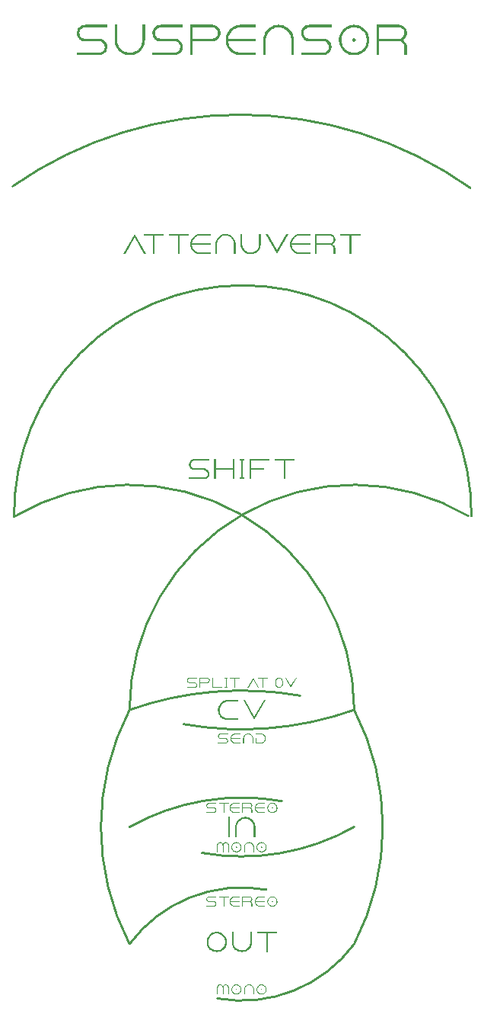
<source format=gbr>
%TF.GenerationSoftware,KiCad,Pcbnew,8.0.2-8.0.2-0~ubuntu22.04.1*%
%TF.CreationDate,2024-06-16T11:10:52+02:00*%
%TF.ProjectId,VCA_Panner_panel,5643415f-5061-46e6-9e65-725f70616e65,rev?*%
%TF.SameCoordinates,Original*%
%TF.FileFunction,Legend,Top*%
%TF.FilePolarity,Positive*%
%FSLAX46Y46*%
G04 Gerber Fmt 4.6, Leading zero omitted, Abs format (unit mm)*
G04 Created by KiCad (PCBNEW 8.0.2-8.0.2-0~ubuntu22.04.1) date 2024-06-16 11:10:52*
%MOMM*%
%LPD*%
G01*
G04 APERTURE LIST*
%ADD10C,0.250000*%
%ADD11C,0.100000*%
G04 APERTURE END LIST*
D10*
X141999998Y-131950000D02*
G75*
G02*
X141999999Y-157949999I-24999998J-13000000D01*
G01*
X117000000Y-144950000D02*
G75*
G02*
X133931232Y-142072546I12500000J-22300000D01*
G01*
X117000000Y-157950000D02*
G75*
G02*
X132207595Y-151906958I12500000J-9300000D01*
G01*
X142000000Y-131950000D02*
G75*
G02*
X123020552Y-133533014I-12500000J35300000D01*
G01*
X104000000Y-73800000D02*
G75*
G02*
X154913444Y-73980968I25327660J-36400780D01*
G01*
X117000000Y-131950000D02*
G75*
G02*
X154696838Y-110414209I25000000J0D01*
G01*
X142000000Y-144950000D02*
G75*
G02*
X125068768Y-147827454I-12500000J22300000D01*
G01*
X142000000Y-157950000D02*
G75*
G02*
X126792405Y-163993042I-12500000J9300000D01*
G01*
X117000001Y-157950000D02*
G75*
G02*
X117000001Y-131950000I24999999J13000000D01*
G01*
X117000000Y-131950000D02*
G75*
G02*
X135979448Y-130366986I12500000J-35300000D01*
G01*
X104157703Y-110500632D02*
G75*
G02*
X155040631Y-110416559I25441107J258012D01*
G01*
X104157703Y-110500632D02*
G75*
G02*
X142000000Y-131950000I12842297J-21449368D01*
G01*
D11*
G36*
X124231193Y-104079057D02*
G01*
X125871528Y-104079057D01*
X125871528Y-104267613D01*
X124231193Y-104267613D01*
X124127113Y-104279730D01*
X124032861Y-104316080D01*
X123948435Y-104376664D01*
X123932729Y-104391688D01*
X123867556Y-104473891D01*
X123826521Y-104566017D01*
X123809624Y-104668064D01*
X123809142Y-104689665D01*
X123821211Y-104793601D01*
X123857418Y-104887425D01*
X123917763Y-104971135D01*
X123932729Y-104986664D01*
X124015189Y-105051064D01*
X124107477Y-105091612D01*
X124209591Y-105108308D01*
X124231193Y-105108785D01*
X125260921Y-105108785D01*
X125368071Y-105117340D01*
X125468115Y-105143006D01*
X125561054Y-105185782D01*
X125646886Y-105245668D01*
X125692743Y-105287571D01*
X125762406Y-105369343D01*
X125814959Y-105458220D01*
X125850402Y-105554204D01*
X125868735Y-105657294D01*
X125871528Y-105719392D01*
X125862973Y-105826542D01*
X125837308Y-105926587D01*
X125794532Y-106019525D01*
X125734645Y-106105357D01*
X125692743Y-106151214D01*
X125610971Y-106220877D01*
X125522093Y-106273431D01*
X125426110Y-106308873D01*
X125323020Y-106327206D01*
X125260921Y-106330000D01*
X123620586Y-106330000D01*
X123620586Y-106141444D01*
X125260921Y-106141444D01*
X125364953Y-106129375D01*
X125459063Y-106093168D01*
X125543251Y-106032823D01*
X125558897Y-106017857D01*
X125624328Y-105935397D01*
X125665525Y-105843109D01*
X125682488Y-105740995D01*
X125682973Y-105719392D01*
X125670856Y-105615503D01*
X125634506Y-105521823D01*
X125573922Y-105438351D01*
X125558897Y-105422882D01*
X125476695Y-105358224D01*
X125384569Y-105317514D01*
X125282521Y-105300751D01*
X125260921Y-105300272D01*
X124231193Y-105300272D01*
X124124043Y-105291716D01*
X124023999Y-105266051D01*
X123931061Y-105223275D01*
X123845229Y-105163389D01*
X123799372Y-105121486D01*
X123729708Y-105039714D01*
X123677155Y-104950836D01*
X123641712Y-104854853D01*
X123623380Y-104751763D01*
X123620586Y-104689665D01*
X123629141Y-104582514D01*
X123654807Y-104482470D01*
X123697583Y-104389532D01*
X123757469Y-104303700D01*
X123799372Y-104257843D01*
X123881144Y-104188180D01*
X123970021Y-104135626D01*
X124066005Y-104100183D01*
X124169095Y-104081851D01*
X124231193Y-104079057D01*
G37*
G36*
X128482973Y-105108785D02*
G01*
X128482973Y-104079057D01*
X128671528Y-104079057D01*
X128671528Y-106330000D01*
X128482973Y-106330000D01*
X128482973Y-105300272D01*
X126609142Y-105300272D01*
X126609142Y-106330000D01*
X126420586Y-106330000D01*
X126420586Y-104079057D01*
X126609142Y-104079057D01*
X126609142Y-105108785D01*
X128482973Y-105108785D01*
G37*
G36*
X129786253Y-104267613D02*
G01*
X129597697Y-104267613D01*
X129597697Y-106141444D01*
X129786253Y-106141444D01*
X129786253Y-106330000D01*
X129220586Y-106330000D01*
X129220586Y-106141444D01*
X129409142Y-106141444D01*
X129409142Y-104267613D01*
X129220586Y-104267613D01*
X129220586Y-104079057D01*
X129786253Y-104079057D01*
X129786253Y-104267613D01*
G37*
G36*
X131982484Y-104079057D02*
G01*
X132593091Y-104079057D01*
X132593091Y-104267613D01*
X132424075Y-104267613D01*
X131982484Y-104267613D01*
X130530705Y-104267613D01*
X130530705Y-105108785D01*
X131982484Y-105108785D01*
X131982484Y-105300272D01*
X130530705Y-105300272D01*
X130530705Y-106330000D01*
X130342149Y-106330000D01*
X130342149Y-104267613D01*
X130342149Y-104225603D01*
X130342149Y-104079057D01*
X131982484Y-104079057D01*
G37*
G36*
X133142149Y-104267613D02*
G01*
X133142149Y-104079057D01*
X135393091Y-104079057D01*
X135393091Y-104267613D01*
X134363364Y-104267613D01*
X134363364Y-106330000D01*
X134171877Y-106330000D01*
X134171877Y-104267613D01*
X133142149Y-104267613D01*
G37*
G36*
X127709211Y-146624528D02*
G01*
X127762537Y-146628169D01*
X127812789Y-146639091D01*
X127859967Y-146657295D01*
X127904071Y-146682780D01*
X127945101Y-146715547D01*
X127958095Y-146728087D01*
X127993040Y-146768290D01*
X128020754Y-146811412D01*
X128041239Y-146857454D01*
X128054494Y-146906415D01*
X128060519Y-146958296D01*
X128060921Y-146976238D01*
X128060921Y-147750000D01*
X127966643Y-147750000D01*
X127966643Y-146976238D01*
X127961941Y-146925329D01*
X127947836Y-146878114D01*
X127924328Y-146834593D01*
X127891416Y-146794766D01*
X127851818Y-146761533D01*
X127808252Y-146737796D01*
X127760716Y-146723554D01*
X127709211Y-146718806D01*
X127657706Y-146723554D01*
X127610171Y-146737796D01*
X127566604Y-146761533D01*
X127527006Y-146794766D01*
X127494094Y-146834593D01*
X127470586Y-146878114D01*
X127456481Y-146925329D01*
X127451779Y-146976238D01*
X127451779Y-147750000D01*
X127357501Y-147750000D01*
X127357501Y-146976238D01*
X127352754Y-146925329D01*
X127338512Y-146878114D01*
X127314774Y-146834593D01*
X127281542Y-146794766D01*
X127241669Y-146761533D01*
X127198011Y-146737796D01*
X127150567Y-146723554D01*
X127099337Y-146718806D01*
X127048107Y-146723554D01*
X127000663Y-146737796D01*
X126957004Y-146761533D01*
X126917132Y-146794766D01*
X126883899Y-146834593D01*
X126860162Y-146878114D01*
X126845920Y-146925329D01*
X126841172Y-146976238D01*
X126841172Y-147750000D01*
X126746894Y-147750000D01*
X126746894Y-146976238D01*
X126750527Y-146923384D01*
X126761423Y-146873450D01*
X126779584Y-146826435D01*
X126805009Y-146782340D01*
X126837698Y-146741164D01*
X126850209Y-146728087D01*
X126890495Y-146692894D01*
X126933683Y-146664981D01*
X126979773Y-146644350D01*
X127028766Y-146631001D01*
X127080661Y-146624933D01*
X127098604Y-146624528D01*
X127151871Y-146628315D01*
X127202589Y-146639675D01*
X127250755Y-146658609D01*
X127276413Y-146672400D01*
X127319282Y-146701994D01*
X127356664Y-146736920D01*
X127388559Y-146777179D01*
X127403908Y-146801849D01*
X127432793Y-146758628D01*
X127467243Y-146720739D01*
X127507257Y-146688183D01*
X127531891Y-146672400D01*
X127578899Y-146649259D01*
X127628147Y-146633691D01*
X127679637Y-146625697D01*
X127709211Y-146624528D01*
G37*
G36*
X128943151Y-147133772D02*
G01*
X128947034Y-147137438D01*
X128967470Y-147183606D01*
X128967550Y-147187264D01*
X128950700Y-147233408D01*
X128947034Y-147237334D01*
X128900866Y-147257527D01*
X128897208Y-147257606D01*
X128851065Y-147240957D01*
X128847139Y-147237334D01*
X128827045Y-147192726D01*
X128826866Y-147187264D01*
X128843516Y-147141321D01*
X128847139Y-147137438D01*
X128891747Y-147117102D01*
X128897208Y-147116922D01*
X128943151Y-147133772D01*
G37*
G36*
X128954506Y-146627101D02*
G01*
X129009652Y-146634817D01*
X129062645Y-146647678D01*
X129113485Y-146665683D01*
X129162174Y-146688833D01*
X129208710Y-146717127D01*
X129253093Y-146750565D01*
X129295324Y-146789148D01*
X129333907Y-146831379D01*
X129367345Y-146875763D01*
X129395639Y-146922299D01*
X129418789Y-146970987D01*
X129436794Y-147021828D01*
X129449655Y-147074821D01*
X129457372Y-147129966D01*
X129459944Y-147187264D01*
X129457372Y-147244562D01*
X129449655Y-147299707D01*
X129436794Y-147352700D01*
X129418789Y-147403541D01*
X129395639Y-147452229D01*
X129367345Y-147498765D01*
X129333907Y-147543149D01*
X129295324Y-147585380D01*
X129253093Y-147623963D01*
X129208710Y-147657401D01*
X129162174Y-147685695D01*
X129113485Y-147708845D01*
X129062645Y-147726850D01*
X129009652Y-147739711D01*
X128954506Y-147747427D01*
X128897208Y-147750000D01*
X128839911Y-147747427D01*
X128784765Y-147739711D01*
X128731772Y-147726850D01*
X128680931Y-147708845D01*
X128632243Y-147685695D01*
X128585707Y-147657401D01*
X128541324Y-147623963D01*
X128499093Y-147585380D01*
X128460510Y-147543149D01*
X128427071Y-147498765D01*
X128398777Y-147452229D01*
X128375628Y-147403541D01*
X128357623Y-147352700D01*
X128344762Y-147299707D01*
X128337045Y-147244562D01*
X128334473Y-147187264D01*
X128428751Y-147187264D01*
X128431743Y-147241751D01*
X128440719Y-147294508D01*
X128455678Y-147345535D01*
X128476622Y-147394832D01*
X128491277Y-147422226D01*
X128520913Y-147467389D01*
X128554896Y-147508205D01*
X128593228Y-147544673D01*
X128635907Y-147576793D01*
X128662247Y-147593196D01*
X128710556Y-147617559D01*
X128760595Y-147635938D01*
X128812363Y-147648333D01*
X128865861Y-147654745D01*
X128897208Y-147655722D01*
X128951683Y-147652730D01*
X129004405Y-147643754D01*
X129055374Y-147628794D01*
X129104590Y-147607850D01*
X129131926Y-147593196D01*
X129177173Y-147563560D01*
X129218025Y-147529576D01*
X129254483Y-147491245D01*
X129286547Y-147448566D01*
X129302896Y-147422226D01*
X129327354Y-147373917D01*
X129345805Y-147323878D01*
X129358249Y-147272109D01*
X129364685Y-147218611D01*
X129365666Y-147187264D01*
X129362663Y-147132789D01*
X129353652Y-147080067D01*
X129338633Y-147029098D01*
X129317608Y-146979883D01*
X129302896Y-146952547D01*
X129273343Y-146907300D01*
X129239396Y-146866447D01*
X129201055Y-146829989D01*
X129158319Y-146797926D01*
X129131926Y-146781577D01*
X129083712Y-146757118D01*
X129033745Y-146738667D01*
X128982025Y-146726223D01*
X128928552Y-146719787D01*
X128897208Y-146718806D01*
X128842722Y-146721810D01*
X128789965Y-146730821D01*
X128738938Y-146745839D01*
X128689640Y-146766865D01*
X128662247Y-146781577D01*
X128617083Y-146811129D01*
X128576268Y-146845076D01*
X128539800Y-146883417D01*
X128507679Y-146926153D01*
X128491277Y-146952547D01*
X128466914Y-147000760D01*
X128448534Y-147050727D01*
X128436139Y-147102448D01*
X128429728Y-147155921D01*
X128428751Y-147187264D01*
X128334473Y-147187264D01*
X128337045Y-147129966D01*
X128344762Y-147074821D01*
X128357623Y-147021828D01*
X128375628Y-146970987D01*
X128398777Y-146922299D01*
X128427071Y-146875763D01*
X128460510Y-146831379D01*
X128499093Y-146789148D01*
X128541324Y-146750565D01*
X128585707Y-146717127D01*
X128632243Y-146688833D01*
X128680931Y-146665683D01*
X128731772Y-146647678D01*
X128784765Y-146634817D01*
X128839911Y-146627101D01*
X128897208Y-146624528D01*
X128954506Y-146627101D01*
G37*
G36*
X129899093Y-146789148D02*
G01*
X129941324Y-146750565D01*
X129985707Y-146717127D01*
X130032243Y-146688833D01*
X130080931Y-146665683D01*
X130131772Y-146647678D01*
X130184765Y-146634817D01*
X130239911Y-146627101D01*
X130297208Y-146624528D01*
X130354506Y-146627101D01*
X130409652Y-146634817D01*
X130462645Y-146647678D01*
X130513485Y-146665683D01*
X130562174Y-146688833D01*
X130608710Y-146717127D01*
X130653093Y-146750565D01*
X130695324Y-146789148D01*
X130733907Y-146831379D01*
X130767345Y-146875763D01*
X130795639Y-146922299D01*
X130818789Y-146970987D01*
X130836794Y-147021828D01*
X130849655Y-147074821D01*
X130857372Y-147129966D01*
X130859944Y-147187264D01*
X130859944Y-147750000D01*
X130765666Y-147750000D01*
X130765666Y-147187264D01*
X130762663Y-147132789D01*
X130753652Y-147080067D01*
X130738633Y-147029098D01*
X130717608Y-146979883D01*
X130702896Y-146952547D01*
X130673343Y-146907300D01*
X130639396Y-146866447D01*
X130601055Y-146829989D01*
X130558319Y-146797926D01*
X130531926Y-146781577D01*
X130483712Y-146757118D01*
X130433745Y-146738667D01*
X130382025Y-146726223D01*
X130328552Y-146719787D01*
X130297208Y-146718806D01*
X130242722Y-146721810D01*
X130189965Y-146730821D01*
X130138938Y-146745839D01*
X130089640Y-146766865D01*
X130062247Y-146781577D01*
X130017083Y-146811129D01*
X129976268Y-146845076D01*
X129939800Y-146883417D01*
X129907679Y-146926153D01*
X129891277Y-146952547D01*
X129866914Y-147000760D01*
X129848534Y-147050727D01*
X129836139Y-147102448D01*
X129829728Y-147155921D01*
X129828751Y-147187264D01*
X129828751Y-147750000D01*
X129734473Y-147750000D01*
X129734473Y-147187264D01*
X129737045Y-147129966D01*
X129744762Y-147074821D01*
X129757623Y-147021828D01*
X129775628Y-146970987D01*
X129798777Y-146922299D01*
X129827071Y-146875763D01*
X129860510Y-146831379D01*
X129899093Y-146789148D01*
G37*
G36*
X131743151Y-147133772D02*
G01*
X131747034Y-147137438D01*
X131767470Y-147183606D01*
X131767550Y-147187264D01*
X131750700Y-147233408D01*
X131747034Y-147237334D01*
X131700866Y-147257527D01*
X131697208Y-147257606D01*
X131651065Y-147240957D01*
X131647139Y-147237334D01*
X131627045Y-147192726D01*
X131626866Y-147187264D01*
X131643516Y-147141321D01*
X131647139Y-147137438D01*
X131691747Y-147117102D01*
X131697208Y-147116922D01*
X131743151Y-147133772D01*
G37*
G36*
X131754506Y-146627101D02*
G01*
X131809652Y-146634817D01*
X131862645Y-146647678D01*
X131913485Y-146665683D01*
X131962174Y-146688833D01*
X132008710Y-146717127D01*
X132053093Y-146750565D01*
X132095324Y-146789148D01*
X132133907Y-146831379D01*
X132167345Y-146875763D01*
X132195639Y-146922299D01*
X132218789Y-146970987D01*
X132236794Y-147021828D01*
X132249655Y-147074821D01*
X132257372Y-147129966D01*
X132259944Y-147187264D01*
X132257372Y-147244562D01*
X132249655Y-147299707D01*
X132236794Y-147352700D01*
X132218789Y-147403541D01*
X132195639Y-147452229D01*
X132167345Y-147498765D01*
X132133907Y-147543149D01*
X132095324Y-147585380D01*
X132053093Y-147623963D01*
X132008710Y-147657401D01*
X131962174Y-147685695D01*
X131913485Y-147708845D01*
X131862645Y-147726850D01*
X131809652Y-147739711D01*
X131754506Y-147747427D01*
X131697208Y-147750000D01*
X131639911Y-147747427D01*
X131584765Y-147739711D01*
X131531772Y-147726850D01*
X131480931Y-147708845D01*
X131432243Y-147685695D01*
X131385707Y-147657401D01*
X131341324Y-147623963D01*
X131299093Y-147585380D01*
X131260510Y-147543149D01*
X131227071Y-147498765D01*
X131198777Y-147452229D01*
X131175628Y-147403541D01*
X131157623Y-147352700D01*
X131144762Y-147299707D01*
X131137045Y-147244562D01*
X131134473Y-147187264D01*
X131228751Y-147187264D01*
X131231743Y-147241751D01*
X131240719Y-147294508D01*
X131255678Y-147345535D01*
X131276622Y-147394832D01*
X131291277Y-147422226D01*
X131320913Y-147467389D01*
X131354896Y-147508205D01*
X131393228Y-147544673D01*
X131435907Y-147576793D01*
X131462247Y-147593196D01*
X131510556Y-147617559D01*
X131560595Y-147635938D01*
X131612363Y-147648333D01*
X131665861Y-147654745D01*
X131697208Y-147655722D01*
X131751683Y-147652730D01*
X131804405Y-147643754D01*
X131855374Y-147628794D01*
X131904590Y-147607850D01*
X131931926Y-147593196D01*
X131977173Y-147563560D01*
X132018025Y-147529576D01*
X132054483Y-147491245D01*
X132086547Y-147448566D01*
X132102896Y-147422226D01*
X132127354Y-147373917D01*
X132145805Y-147323878D01*
X132158249Y-147272109D01*
X132164685Y-147218611D01*
X132165666Y-147187264D01*
X132162663Y-147132789D01*
X132153652Y-147080067D01*
X132138633Y-147029098D01*
X132117608Y-146979883D01*
X132102896Y-146952547D01*
X132073343Y-146907300D01*
X132039396Y-146866447D01*
X132001055Y-146829989D01*
X131958319Y-146797926D01*
X131931926Y-146781577D01*
X131883712Y-146757118D01*
X131833745Y-146738667D01*
X131782025Y-146726223D01*
X131728552Y-146719787D01*
X131697208Y-146718806D01*
X131642722Y-146721810D01*
X131589965Y-146730821D01*
X131538938Y-146745839D01*
X131489640Y-146766865D01*
X131462247Y-146781577D01*
X131417083Y-146811129D01*
X131376268Y-146845076D01*
X131339800Y-146883417D01*
X131307679Y-146926153D01*
X131291277Y-146952547D01*
X131266914Y-147000760D01*
X131248534Y-147050727D01*
X131236139Y-147102448D01*
X131229728Y-147155921D01*
X131228751Y-147187264D01*
X131134473Y-147187264D01*
X131137045Y-147129966D01*
X131144762Y-147074821D01*
X131157623Y-147021828D01*
X131175628Y-146970987D01*
X131198777Y-146922299D01*
X131227071Y-146875763D01*
X131260510Y-146831379D01*
X131299093Y-146789148D01*
X131341324Y-146750565D01*
X131385707Y-146717127D01*
X131432243Y-146688833D01*
X131480931Y-146665683D01*
X131531772Y-146647678D01*
X131584765Y-146634817D01*
X131639911Y-146627101D01*
X131697208Y-146624528D01*
X131754506Y-146627101D01*
G37*
G36*
X127709211Y-162424528D02*
G01*
X127762537Y-162428169D01*
X127812789Y-162439091D01*
X127859967Y-162457295D01*
X127904071Y-162482780D01*
X127945101Y-162515547D01*
X127958095Y-162528087D01*
X127993040Y-162568290D01*
X128020754Y-162611412D01*
X128041239Y-162657454D01*
X128054494Y-162706415D01*
X128060519Y-162758296D01*
X128060921Y-162776238D01*
X128060921Y-163550000D01*
X127966643Y-163550000D01*
X127966643Y-162776238D01*
X127961941Y-162725329D01*
X127947836Y-162678114D01*
X127924328Y-162634593D01*
X127891416Y-162594766D01*
X127851818Y-162561533D01*
X127808252Y-162537796D01*
X127760716Y-162523554D01*
X127709211Y-162518806D01*
X127657706Y-162523554D01*
X127610171Y-162537796D01*
X127566604Y-162561533D01*
X127527006Y-162594766D01*
X127494094Y-162634593D01*
X127470586Y-162678114D01*
X127456481Y-162725329D01*
X127451779Y-162776238D01*
X127451779Y-163550000D01*
X127357501Y-163550000D01*
X127357501Y-162776238D01*
X127352754Y-162725329D01*
X127338512Y-162678114D01*
X127314774Y-162634593D01*
X127281542Y-162594766D01*
X127241669Y-162561533D01*
X127198011Y-162537796D01*
X127150567Y-162523554D01*
X127099337Y-162518806D01*
X127048107Y-162523554D01*
X127000663Y-162537796D01*
X126957004Y-162561533D01*
X126917132Y-162594766D01*
X126883899Y-162634593D01*
X126860162Y-162678114D01*
X126845920Y-162725329D01*
X126841172Y-162776238D01*
X126841172Y-163550000D01*
X126746894Y-163550000D01*
X126746894Y-162776238D01*
X126750527Y-162723384D01*
X126761423Y-162673450D01*
X126779584Y-162626435D01*
X126805009Y-162582340D01*
X126837698Y-162541164D01*
X126850209Y-162528087D01*
X126890495Y-162492894D01*
X126933683Y-162464981D01*
X126979773Y-162444350D01*
X127028766Y-162431001D01*
X127080661Y-162424933D01*
X127098604Y-162424528D01*
X127151871Y-162428315D01*
X127202589Y-162439675D01*
X127250755Y-162458609D01*
X127276413Y-162472400D01*
X127319282Y-162501994D01*
X127356664Y-162536920D01*
X127388559Y-162577179D01*
X127403908Y-162601849D01*
X127432793Y-162558628D01*
X127467243Y-162520739D01*
X127507257Y-162488183D01*
X127531891Y-162472400D01*
X127578899Y-162449259D01*
X127628147Y-162433691D01*
X127679637Y-162425697D01*
X127709211Y-162424528D01*
G37*
G36*
X128943151Y-162933772D02*
G01*
X128947034Y-162937438D01*
X128967470Y-162983606D01*
X128967550Y-162987264D01*
X128950700Y-163033408D01*
X128947034Y-163037334D01*
X128900866Y-163057527D01*
X128897208Y-163057606D01*
X128851065Y-163040957D01*
X128847139Y-163037334D01*
X128827045Y-162992726D01*
X128826866Y-162987264D01*
X128843516Y-162941321D01*
X128847139Y-162937438D01*
X128891747Y-162917102D01*
X128897208Y-162916922D01*
X128943151Y-162933772D01*
G37*
G36*
X128954506Y-162427101D02*
G01*
X129009652Y-162434817D01*
X129062645Y-162447678D01*
X129113485Y-162465683D01*
X129162174Y-162488833D01*
X129208710Y-162517127D01*
X129253093Y-162550565D01*
X129295324Y-162589148D01*
X129333907Y-162631379D01*
X129367345Y-162675763D01*
X129395639Y-162722299D01*
X129418789Y-162770987D01*
X129436794Y-162821828D01*
X129449655Y-162874821D01*
X129457372Y-162929966D01*
X129459944Y-162987264D01*
X129457372Y-163044562D01*
X129449655Y-163099707D01*
X129436794Y-163152700D01*
X129418789Y-163203541D01*
X129395639Y-163252229D01*
X129367345Y-163298765D01*
X129333907Y-163343149D01*
X129295324Y-163385380D01*
X129253093Y-163423963D01*
X129208710Y-163457401D01*
X129162174Y-163485695D01*
X129113485Y-163508845D01*
X129062645Y-163526850D01*
X129009652Y-163539711D01*
X128954506Y-163547427D01*
X128897208Y-163550000D01*
X128839911Y-163547427D01*
X128784765Y-163539711D01*
X128731772Y-163526850D01*
X128680931Y-163508845D01*
X128632243Y-163485695D01*
X128585707Y-163457401D01*
X128541324Y-163423963D01*
X128499093Y-163385380D01*
X128460510Y-163343149D01*
X128427071Y-163298765D01*
X128398777Y-163252229D01*
X128375628Y-163203541D01*
X128357623Y-163152700D01*
X128344762Y-163099707D01*
X128337045Y-163044562D01*
X128334473Y-162987264D01*
X128428751Y-162987264D01*
X128431743Y-163041751D01*
X128440719Y-163094508D01*
X128455678Y-163145535D01*
X128476622Y-163194832D01*
X128491277Y-163222226D01*
X128520913Y-163267389D01*
X128554896Y-163308205D01*
X128593228Y-163344673D01*
X128635907Y-163376793D01*
X128662247Y-163393196D01*
X128710556Y-163417559D01*
X128760595Y-163435938D01*
X128812363Y-163448333D01*
X128865861Y-163454745D01*
X128897208Y-163455722D01*
X128951683Y-163452730D01*
X129004405Y-163443754D01*
X129055374Y-163428794D01*
X129104590Y-163407850D01*
X129131926Y-163393196D01*
X129177173Y-163363560D01*
X129218025Y-163329576D01*
X129254483Y-163291245D01*
X129286547Y-163248566D01*
X129302896Y-163222226D01*
X129327354Y-163173917D01*
X129345805Y-163123878D01*
X129358249Y-163072109D01*
X129364685Y-163018611D01*
X129365666Y-162987264D01*
X129362663Y-162932789D01*
X129353652Y-162880067D01*
X129338633Y-162829098D01*
X129317608Y-162779883D01*
X129302896Y-162752547D01*
X129273343Y-162707300D01*
X129239396Y-162666447D01*
X129201055Y-162629989D01*
X129158319Y-162597926D01*
X129131926Y-162581577D01*
X129083712Y-162557118D01*
X129033745Y-162538667D01*
X128982025Y-162526223D01*
X128928552Y-162519787D01*
X128897208Y-162518806D01*
X128842722Y-162521810D01*
X128789965Y-162530821D01*
X128738938Y-162545839D01*
X128689640Y-162566865D01*
X128662247Y-162581577D01*
X128617083Y-162611129D01*
X128576268Y-162645076D01*
X128539800Y-162683417D01*
X128507679Y-162726153D01*
X128491277Y-162752547D01*
X128466914Y-162800760D01*
X128448534Y-162850727D01*
X128436139Y-162902448D01*
X128429728Y-162955921D01*
X128428751Y-162987264D01*
X128334473Y-162987264D01*
X128337045Y-162929966D01*
X128344762Y-162874821D01*
X128357623Y-162821828D01*
X128375628Y-162770987D01*
X128398777Y-162722299D01*
X128427071Y-162675763D01*
X128460510Y-162631379D01*
X128499093Y-162589148D01*
X128541324Y-162550565D01*
X128585707Y-162517127D01*
X128632243Y-162488833D01*
X128680931Y-162465683D01*
X128731772Y-162447678D01*
X128784765Y-162434817D01*
X128839911Y-162427101D01*
X128897208Y-162424528D01*
X128954506Y-162427101D01*
G37*
G36*
X129899093Y-162589148D02*
G01*
X129941324Y-162550565D01*
X129985707Y-162517127D01*
X130032243Y-162488833D01*
X130080931Y-162465683D01*
X130131772Y-162447678D01*
X130184765Y-162434817D01*
X130239911Y-162427101D01*
X130297208Y-162424528D01*
X130354506Y-162427101D01*
X130409652Y-162434817D01*
X130462645Y-162447678D01*
X130513485Y-162465683D01*
X130562174Y-162488833D01*
X130608710Y-162517127D01*
X130653093Y-162550565D01*
X130695324Y-162589148D01*
X130733907Y-162631379D01*
X130767345Y-162675763D01*
X130795639Y-162722299D01*
X130818789Y-162770987D01*
X130836794Y-162821828D01*
X130849655Y-162874821D01*
X130857372Y-162929966D01*
X130859944Y-162987264D01*
X130859944Y-163550000D01*
X130765666Y-163550000D01*
X130765666Y-162987264D01*
X130762663Y-162932789D01*
X130753652Y-162880067D01*
X130738633Y-162829098D01*
X130717608Y-162779883D01*
X130702896Y-162752547D01*
X130673343Y-162707300D01*
X130639396Y-162666447D01*
X130601055Y-162629989D01*
X130558319Y-162597926D01*
X130531926Y-162581577D01*
X130483712Y-162557118D01*
X130433745Y-162538667D01*
X130382025Y-162526223D01*
X130328552Y-162519787D01*
X130297208Y-162518806D01*
X130242722Y-162521810D01*
X130189965Y-162530821D01*
X130138938Y-162545839D01*
X130089640Y-162566865D01*
X130062247Y-162581577D01*
X130017083Y-162611129D01*
X129976268Y-162645076D01*
X129939800Y-162683417D01*
X129907679Y-162726153D01*
X129891277Y-162752547D01*
X129866914Y-162800760D01*
X129848534Y-162850727D01*
X129836139Y-162902448D01*
X129829728Y-162955921D01*
X129828751Y-162987264D01*
X129828751Y-163550000D01*
X129734473Y-163550000D01*
X129734473Y-162987264D01*
X129737045Y-162929966D01*
X129744762Y-162874821D01*
X129757623Y-162821828D01*
X129775628Y-162770987D01*
X129798777Y-162722299D01*
X129827071Y-162675763D01*
X129860510Y-162631379D01*
X129899093Y-162589148D01*
G37*
G36*
X131743151Y-162933772D02*
G01*
X131747034Y-162937438D01*
X131767470Y-162983606D01*
X131767550Y-162987264D01*
X131750700Y-163033408D01*
X131747034Y-163037334D01*
X131700866Y-163057527D01*
X131697208Y-163057606D01*
X131651065Y-163040957D01*
X131647139Y-163037334D01*
X131627045Y-162992726D01*
X131626866Y-162987264D01*
X131643516Y-162941321D01*
X131647139Y-162937438D01*
X131691747Y-162917102D01*
X131697208Y-162916922D01*
X131743151Y-162933772D01*
G37*
G36*
X131754506Y-162427101D02*
G01*
X131809652Y-162434817D01*
X131862645Y-162447678D01*
X131913485Y-162465683D01*
X131962174Y-162488833D01*
X132008710Y-162517127D01*
X132053093Y-162550565D01*
X132095324Y-162589148D01*
X132133907Y-162631379D01*
X132167345Y-162675763D01*
X132195639Y-162722299D01*
X132218789Y-162770987D01*
X132236794Y-162821828D01*
X132249655Y-162874821D01*
X132257372Y-162929966D01*
X132259944Y-162987264D01*
X132257372Y-163044562D01*
X132249655Y-163099707D01*
X132236794Y-163152700D01*
X132218789Y-163203541D01*
X132195639Y-163252229D01*
X132167345Y-163298765D01*
X132133907Y-163343149D01*
X132095324Y-163385380D01*
X132053093Y-163423963D01*
X132008710Y-163457401D01*
X131962174Y-163485695D01*
X131913485Y-163508845D01*
X131862645Y-163526850D01*
X131809652Y-163539711D01*
X131754506Y-163547427D01*
X131697208Y-163550000D01*
X131639911Y-163547427D01*
X131584765Y-163539711D01*
X131531772Y-163526850D01*
X131480931Y-163508845D01*
X131432243Y-163485695D01*
X131385707Y-163457401D01*
X131341324Y-163423963D01*
X131299093Y-163385380D01*
X131260510Y-163343149D01*
X131227071Y-163298765D01*
X131198777Y-163252229D01*
X131175628Y-163203541D01*
X131157623Y-163152700D01*
X131144762Y-163099707D01*
X131137045Y-163044562D01*
X131134473Y-162987264D01*
X131228751Y-162987264D01*
X131231743Y-163041751D01*
X131240719Y-163094508D01*
X131255678Y-163145535D01*
X131276622Y-163194832D01*
X131291277Y-163222226D01*
X131320913Y-163267389D01*
X131354896Y-163308205D01*
X131393228Y-163344673D01*
X131435907Y-163376793D01*
X131462247Y-163393196D01*
X131510556Y-163417559D01*
X131560595Y-163435938D01*
X131612363Y-163448333D01*
X131665861Y-163454745D01*
X131697208Y-163455722D01*
X131751683Y-163452730D01*
X131804405Y-163443754D01*
X131855374Y-163428794D01*
X131904590Y-163407850D01*
X131931926Y-163393196D01*
X131977173Y-163363560D01*
X132018025Y-163329576D01*
X132054483Y-163291245D01*
X132086547Y-163248566D01*
X132102896Y-163222226D01*
X132127354Y-163173917D01*
X132145805Y-163123878D01*
X132158249Y-163072109D01*
X132164685Y-163018611D01*
X132165666Y-162987264D01*
X132162663Y-162932789D01*
X132153652Y-162880067D01*
X132138633Y-162829098D01*
X132117608Y-162779883D01*
X132102896Y-162752547D01*
X132073343Y-162707300D01*
X132039396Y-162666447D01*
X132001055Y-162629989D01*
X131958319Y-162597926D01*
X131931926Y-162581577D01*
X131883712Y-162557118D01*
X131833745Y-162538667D01*
X131782025Y-162526223D01*
X131728552Y-162519787D01*
X131697208Y-162518806D01*
X131642722Y-162521810D01*
X131589965Y-162530821D01*
X131538938Y-162545839D01*
X131489640Y-162566865D01*
X131462247Y-162581577D01*
X131417083Y-162611129D01*
X131376268Y-162645076D01*
X131339800Y-162683417D01*
X131307679Y-162726153D01*
X131291277Y-162752547D01*
X131266914Y-162800760D01*
X131248534Y-162850727D01*
X131236139Y-162902448D01*
X131229728Y-162955921D01*
X131228751Y-162987264D01*
X131134473Y-162987264D01*
X131137045Y-162929966D01*
X131144762Y-162874821D01*
X131157623Y-162821828D01*
X131175628Y-162770987D01*
X131198777Y-162722299D01*
X131227071Y-162675763D01*
X131260510Y-162631379D01*
X131299093Y-162589148D01*
X131341324Y-162550565D01*
X131385707Y-162517127D01*
X131432243Y-162488833D01*
X131480931Y-162465683D01*
X131531772Y-162447678D01*
X131584765Y-162434817D01*
X131639911Y-162427101D01*
X131697208Y-162424528D01*
X131754506Y-162427101D01*
G37*
G36*
X112063992Y-55868586D02*
G01*
X114524494Y-55868586D01*
X114524494Y-56151420D01*
X112063992Y-56151420D01*
X111907872Y-56169595D01*
X111766493Y-56224120D01*
X111639854Y-56314996D01*
X111616295Y-56337533D01*
X111518536Y-56460837D01*
X111456983Y-56599025D01*
X111431638Y-56752097D01*
X111430914Y-56784497D01*
X111449018Y-56940402D01*
X111503329Y-57081138D01*
X111593846Y-57206703D01*
X111616295Y-57229996D01*
X111739986Y-57326596D01*
X111878417Y-57387418D01*
X112031589Y-57412463D01*
X112063992Y-57413178D01*
X113608584Y-57413178D01*
X113769309Y-57426011D01*
X113919375Y-57464509D01*
X114058782Y-57528673D01*
X114187531Y-57618502D01*
X114256316Y-57681357D01*
X114360811Y-57804014D01*
X114439641Y-57937331D01*
X114492805Y-58081306D01*
X114520304Y-58235941D01*
X114524494Y-58329089D01*
X114511661Y-58489814D01*
X114473163Y-58639880D01*
X114408999Y-58779288D01*
X114319170Y-58908036D01*
X114256316Y-58976821D01*
X114133658Y-59081316D01*
X114000341Y-59160146D01*
X113856366Y-59213310D01*
X113701732Y-59240809D01*
X113608584Y-59245000D01*
X111148081Y-59245000D01*
X111148081Y-58962166D01*
X113608584Y-58962166D01*
X113764632Y-58944063D01*
X113905797Y-58889752D01*
X114032078Y-58799234D01*
X114055548Y-58776786D01*
X114153694Y-58653095D01*
X114215489Y-58514664D01*
X114240934Y-58361492D01*
X114241661Y-58329089D01*
X114223486Y-58173255D01*
X114168961Y-58032734D01*
X114078085Y-57907527D01*
X114055548Y-57884323D01*
X113932244Y-57787336D01*
X113794055Y-57726271D01*
X113640984Y-57701126D01*
X113608584Y-57700408D01*
X112063992Y-57700408D01*
X111903267Y-57687575D01*
X111753200Y-57649077D01*
X111613793Y-57584913D01*
X111485045Y-57495083D01*
X111416260Y-57432229D01*
X111311764Y-57309571D01*
X111232935Y-57176255D01*
X111179770Y-57032280D01*
X111152271Y-56877645D01*
X111148081Y-56784497D01*
X111160914Y-56623772D01*
X111199412Y-56473706D01*
X111263576Y-56334298D01*
X111353405Y-56205550D01*
X111416260Y-56136765D01*
X111538917Y-56032270D01*
X111672234Y-55953440D01*
X111816209Y-55900275D01*
X111970844Y-55872777D01*
X112063992Y-55868586D01*
G37*
G36*
X118441661Y-57556793D02*
G01*
X118441661Y-55868586D01*
X118724494Y-55868586D01*
X118724494Y-57556793D01*
X118716778Y-57728686D01*
X118693628Y-57894123D01*
X118655045Y-58053102D01*
X118601030Y-58205624D01*
X118531581Y-58351689D01*
X118446699Y-58491297D01*
X118346383Y-58624447D01*
X118230635Y-58751140D01*
X118103942Y-58866889D01*
X117970791Y-58967204D01*
X117831184Y-59052086D01*
X117685119Y-59121535D01*
X117532597Y-59175551D01*
X117373618Y-59214133D01*
X117208181Y-59237283D01*
X117036288Y-59245000D01*
X116864394Y-59237283D01*
X116698958Y-59214133D01*
X116539979Y-59175551D01*
X116387457Y-59121535D01*
X116241392Y-59052086D01*
X116101784Y-58967204D01*
X115968634Y-58866889D01*
X115841940Y-58751140D01*
X115726192Y-58624447D01*
X115625877Y-58491297D01*
X115540995Y-58351689D01*
X115471546Y-58205624D01*
X115417530Y-58053102D01*
X115378947Y-57894123D01*
X115355798Y-57728686D01*
X115348081Y-57556793D01*
X115348081Y-55868586D01*
X115630914Y-55868586D01*
X115630914Y-57556793D01*
X115639890Y-57720253D01*
X115666818Y-57878524D01*
X115711698Y-58031605D01*
X115774529Y-58179498D01*
X115818493Y-58261678D01*
X115907401Y-58397168D01*
X116009351Y-58519615D01*
X116124345Y-58629020D01*
X116252383Y-58725380D01*
X116331403Y-58774588D01*
X116476330Y-58847677D01*
X116626446Y-58902815D01*
X116781752Y-58940001D01*
X116942247Y-58959235D01*
X117036288Y-58962166D01*
X117199713Y-58953190D01*
X117357878Y-58926263D01*
X117510785Y-58881383D01*
X117658431Y-58818551D01*
X117740440Y-58774588D01*
X117876181Y-58685680D01*
X117998738Y-58583729D01*
X118108112Y-58468735D01*
X118204303Y-58340698D01*
X118253350Y-58261678D01*
X118326725Y-58116751D01*
X118382078Y-57966634D01*
X118419409Y-57811329D01*
X118438719Y-57650834D01*
X118441661Y-57556793D01*
G37*
G36*
X120463992Y-55868586D02*
G01*
X122924494Y-55868586D01*
X122924494Y-56151420D01*
X120463992Y-56151420D01*
X120307872Y-56169595D01*
X120166493Y-56224120D01*
X120039854Y-56314996D01*
X120016295Y-56337533D01*
X119918536Y-56460837D01*
X119856983Y-56599025D01*
X119831638Y-56752097D01*
X119830914Y-56784497D01*
X119849018Y-56940402D01*
X119903329Y-57081138D01*
X119993846Y-57206703D01*
X120016295Y-57229996D01*
X120139986Y-57326596D01*
X120278417Y-57387418D01*
X120431589Y-57412463D01*
X120463992Y-57413178D01*
X122008584Y-57413178D01*
X122169309Y-57426011D01*
X122319375Y-57464509D01*
X122458782Y-57528673D01*
X122587531Y-57618502D01*
X122656316Y-57681357D01*
X122760811Y-57804014D01*
X122839641Y-57937331D01*
X122892805Y-58081306D01*
X122920304Y-58235941D01*
X122924494Y-58329089D01*
X122911661Y-58489814D01*
X122873163Y-58639880D01*
X122808999Y-58779288D01*
X122719170Y-58908036D01*
X122656316Y-58976821D01*
X122533658Y-59081316D01*
X122400341Y-59160146D01*
X122256366Y-59213310D01*
X122101732Y-59240809D01*
X122008584Y-59245000D01*
X119548081Y-59245000D01*
X119548081Y-58962166D01*
X122008584Y-58962166D01*
X122164632Y-58944063D01*
X122305797Y-58889752D01*
X122432078Y-58799234D01*
X122455548Y-58776786D01*
X122553694Y-58653095D01*
X122615489Y-58514664D01*
X122640934Y-58361492D01*
X122641661Y-58329089D01*
X122623486Y-58173255D01*
X122568961Y-58032734D01*
X122478085Y-57907527D01*
X122455548Y-57884323D01*
X122332244Y-57787336D01*
X122194055Y-57726271D01*
X122040984Y-57701126D01*
X122008584Y-57700408D01*
X120463992Y-57700408D01*
X120303267Y-57687575D01*
X120153200Y-57649077D01*
X120013793Y-57584913D01*
X119885045Y-57495083D01*
X119816260Y-57432229D01*
X119711764Y-57309571D01*
X119632935Y-57176255D01*
X119579770Y-57032280D01*
X119552271Y-56877645D01*
X119548081Y-56784497D01*
X119560914Y-56623772D01*
X119599412Y-56473706D01*
X119663576Y-56334298D01*
X119753405Y-56205550D01*
X119816260Y-56136765D01*
X119938917Y-56032270D01*
X120072234Y-55953440D01*
X120216209Y-55900275D01*
X120370844Y-55872777D01*
X120463992Y-55868586D01*
G37*
G36*
X126369309Y-55881419D02*
G01*
X126519375Y-55919917D01*
X126658782Y-55984081D01*
X126787531Y-56073911D01*
X126856316Y-56136765D01*
X126960811Y-56259423D01*
X127039641Y-56392739D01*
X127092805Y-56536715D01*
X127120304Y-56691349D01*
X127124494Y-56784497D01*
X127111661Y-56945222D01*
X127073163Y-57095288D01*
X127008999Y-57234696D01*
X126919170Y-57363444D01*
X126856316Y-57432229D01*
X126733658Y-57536724D01*
X126600341Y-57615554D01*
X126456366Y-57668719D01*
X126301732Y-57696217D01*
X126208584Y-57700408D01*
X124030914Y-57700408D01*
X124030914Y-59245000D01*
X123748081Y-59245000D01*
X123748081Y-57413178D01*
X124030914Y-57413178D01*
X126208584Y-57413178D01*
X126352439Y-57381980D01*
X126455513Y-57333311D01*
X126578191Y-57248761D01*
X126683315Y-57145134D01*
X126721494Y-57098838D01*
X126799297Y-56972727D01*
X126839783Y-56824511D01*
X126841661Y-56784497D01*
X126823486Y-56628449D01*
X126768961Y-56487284D01*
X126678085Y-56361003D01*
X126655548Y-56337533D01*
X126532244Y-56239387D01*
X126394055Y-56177592D01*
X126240984Y-56152147D01*
X126208584Y-56151420D01*
X124030914Y-56151420D01*
X124030914Y-57413178D01*
X123748081Y-57413178D01*
X123748081Y-55868586D01*
X126208584Y-55868586D01*
X126369309Y-55881419D01*
G37*
G36*
X128189882Y-58751140D02*
G01*
X128074133Y-58624447D01*
X127973818Y-58491297D01*
X127888936Y-58351689D01*
X127819487Y-58205624D01*
X127765471Y-58053102D01*
X127726889Y-57894123D01*
X127703739Y-57728686D01*
X127696023Y-57556793D01*
X127703739Y-57384899D01*
X127726889Y-57219463D01*
X127765471Y-57060484D01*
X127819487Y-56907962D01*
X127888936Y-56761897D01*
X127973818Y-56622289D01*
X128074133Y-56489139D01*
X128189882Y-56362445D01*
X128316575Y-56246697D01*
X128449725Y-56146382D01*
X128589333Y-56061500D01*
X128735398Y-55992051D01*
X128887920Y-55938035D01*
X129046899Y-55899453D01*
X129212336Y-55876303D01*
X129384229Y-55868586D01*
X131072436Y-55868586D01*
X131072436Y-56151420D01*
X129384229Y-56151420D01*
X129217641Y-56160328D01*
X129058136Y-56187054D01*
X128905716Y-56231598D01*
X128760379Y-56293958D01*
X128622127Y-56374136D01*
X128490959Y-56472131D01*
X128440475Y-56516318D01*
X128324301Y-56634428D01*
X128224907Y-56760695D01*
X128142292Y-56895119D01*
X128076457Y-57037701D01*
X128027403Y-57188439D01*
X127995127Y-57347336D01*
X127986916Y-57413178D01*
X131072436Y-57413178D01*
X131072436Y-57700408D01*
X127986916Y-57700408D01*
X128012479Y-57862567D01*
X128054822Y-58016569D01*
X128113945Y-58162413D01*
X128189847Y-58300100D01*
X128282530Y-58429630D01*
X128391992Y-58551003D01*
X128440475Y-58597267D01*
X128568810Y-58702390D01*
X128704228Y-58789695D01*
X128846731Y-58859182D01*
X128996318Y-58910852D01*
X129152989Y-58944705D01*
X129316744Y-58960741D01*
X129384229Y-58962166D01*
X131072436Y-58962166D01*
X131072436Y-59245000D01*
X129384229Y-59245000D01*
X129212336Y-59237283D01*
X129046899Y-59214133D01*
X128887920Y-59175551D01*
X128735398Y-59121535D01*
X128589333Y-59052086D01*
X128449725Y-58967204D01*
X128316575Y-58866889D01*
X128189882Y-58751140D01*
G37*
G36*
X132389882Y-56362445D02*
G01*
X132516575Y-56246697D01*
X132649725Y-56146382D01*
X132789333Y-56061500D01*
X132935398Y-55992051D01*
X133087920Y-55938035D01*
X133246899Y-55899453D01*
X133412336Y-55876303D01*
X133584229Y-55868586D01*
X133756123Y-55876303D01*
X133921559Y-55899453D01*
X134080538Y-55938035D01*
X134233060Y-55992051D01*
X134379125Y-56061500D01*
X134518733Y-56146382D01*
X134651883Y-56246697D01*
X134778577Y-56362445D01*
X134894325Y-56489139D01*
X134994640Y-56622289D01*
X135079522Y-56761897D01*
X135148971Y-56907962D01*
X135202987Y-57060484D01*
X135241569Y-57219463D01*
X135264719Y-57384899D01*
X135272436Y-57556793D01*
X135272436Y-59245000D01*
X134989602Y-59245000D01*
X134989602Y-57556793D01*
X134980591Y-57393368D01*
X134953558Y-57235202D01*
X134908504Y-57082296D01*
X134845427Y-56934649D01*
X134801291Y-56852641D01*
X134712634Y-56716900D01*
X134610793Y-56594343D01*
X134495769Y-56484969D01*
X134367562Y-56388778D01*
X134288381Y-56339731D01*
X134143740Y-56266356D01*
X133993839Y-56211002D01*
X133838678Y-56173671D01*
X133678259Y-56154362D01*
X133584229Y-56151420D01*
X133420769Y-56160431D01*
X133262498Y-56187464D01*
X133109417Y-56232518D01*
X132961524Y-56295595D01*
X132879344Y-56339731D01*
X132743854Y-56428388D01*
X132621407Y-56530229D01*
X132512003Y-56645253D01*
X132415642Y-56773460D01*
X132366434Y-56852641D01*
X132293345Y-56997282D01*
X132238207Y-57147183D01*
X132201021Y-57302344D01*
X132181787Y-57462763D01*
X132178856Y-57556793D01*
X132178856Y-59245000D01*
X131896023Y-59245000D01*
X131896023Y-57556793D01*
X131903739Y-57384899D01*
X131926889Y-57219463D01*
X131965471Y-57060484D01*
X132019487Y-56907962D01*
X132088936Y-56761897D01*
X132173818Y-56622289D01*
X132274133Y-56489139D01*
X132389882Y-56362445D01*
G37*
G36*
X137011933Y-55868586D02*
G01*
X139472436Y-55868586D01*
X139472436Y-56151420D01*
X137011933Y-56151420D01*
X136855813Y-56169595D01*
X136714434Y-56224120D01*
X136587795Y-56314996D01*
X136564236Y-56337533D01*
X136466477Y-56460837D01*
X136404925Y-56599025D01*
X136379580Y-56752097D01*
X136378856Y-56784497D01*
X136396959Y-56940402D01*
X136451270Y-57081138D01*
X136541788Y-57206703D01*
X136564236Y-57229996D01*
X136687927Y-57326596D01*
X136826358Y-57387418D01*
X136979530Y-57412463D01*
X137011933Y-57413178D01*
X138556525Y-57413178D01*
X138717250Y-57426011D01*
X138867316Y-57464509D01*
X139006724Y-57528673D01*
X139135472Y-57618502D01*
X139204257Y-57681357D01*
X139308752Y-57804014D01*
X139387582Y-57937331D01*
X139440747Y-58081306D01*
X139468245Y-58235941D01*
X139472436Y-58329089D01*
X139459603Y-58489814D01*
X139421105Y-58639880D01*
X139356941Y-58779288D01*
X139267111Y-58908036D01*
X139204257Y-58976821D01*
X139081599Y-59081316D01*
X138948283Y-59160146D01*
X138804307Y-59213310D01*
X138649673Y-59240809D01*
X138556525Y-59245000D01*
X136096023Y-59245000D01*
X136096023Y-58962166D01*
X138556525Y-58962166D01*
X138712573Y-58944063D01*
X138853738Y-58889752D01*
X138980019Y-58799234D01*
X139003489Y-58776786D01*
X139101635Y-58653095D01*
X139163430Y-58514664D01*
X139188875Y-58361492D01*
X139189602Y-58329089D01*
X139171427Y-58173255D01*
X139116902Y-58032734D01*
X139026027Y-57907527D01*
X139003489Y-57884323D01*
X138880185Y-57787336D01*
X138741997Y-57726271D01*
X138588925Y-57701126D01*
X138556525Y-57700408D01*
X137011933Y-57700408D01*
X136851208Y-57687575D01*
X136701142Y-57649077D01*
X136561734Y-57584913D01*
X136432986Y-57495083D01*
X136364201Y-57432229D01*
X136259706Y-57309571D01*
X136180876Y-57176255D01*
X136127712Y-57032280D01*
X136100213Y-56877645D01*
X136096023Y-56784497D01*
X136108855Y-56623772D01*
X136147354Y-56473706D01*
X136211517Y-56334298D01*
X136301347Y-56205550D01*
X136364201Y-56136765D01*
X136486859Y-56032270D01*
X136620175Y-55953440D01*
X136764151Y-55900275D01*
X136918785Y-55872777D01*
X137011933Y-55868586D01*
G37*
G36*
X142122058Y-57396317D02*
G01*
X142133706Y-57407316D01*
X142195014Y-57545819D01*
X142195255Y-57556793D01*
X142144705Y-57695224D01*
X142133706Y-57707002D01*
X141995203Y-57767581D01*
X141984229Y-57767819D01*
X141845798Y-57717871D01*
X141834020Y-57707002D01*
X141773738Y-57573178D01*
X141773203Y-57556793D01*
X141823151Y-57418964D01*
X141834020Y-57407316D01*
X141967844Y-57346308D01*
X141984229Y-57345767D01*
X142122058Y-57396317D01*
G37*
G36*
X142156123Y-55876303D02*
G01*
X142321559Y-55899453D01*
X142480538Y-55938035D01*
X142633060Y-55992051D01*
X142779125Y-56061500D01*
X142918733Y-56146382D01*
X143051883Y-56246697D01*
X143178577Y-56362445D01*
X143294325Y-56489139D01*
X143394640Y-56622289D01*
X143479522Y-56761897D01*
X143548971Y-56907962D01*
X143602987Y-57060484D01*
X143641569Y-57219463D01*
X143664719Y-57384899D01*
X143672436Y-57556793D01*
X143664719Y-57728686D01*
X143641569Y-57894123D01*
X143602987Y-58053102D01*
X143548971Y-58205624D01*
X143479522Y-58351689D01*
X143394640Y-58491297D01*
X143294325Y-58624447D01*
X143178577Y-58751140D01*
X143051883Y-58866889D01*
X142918733Y-58967204D01*
X142779125Y-59052086D01*
X142633060Y-59121535D01*
X142480538Y-59175551D01*
X142321559Y-59214133D01*
X142156123Y-59237283D01*
X141984229Y-59245000D01*
X141812336Y-59237283D01*
X141646899Y-59214133D01*
X141487920Y-59175551D01*
X141335398Y-59121535D01*
X141189333Y-59052086D01*
X141049725Y-58967204D01*
X140916575Y-58866889D01*
X140789882Y-58751140D01*
X140674133Y-58624447D01*
X140573818Y-58491297D01*
X140488936Y-58351689D01*
X140419487Y-58205624D01*
X140365471Y-58053102D01*
X140326889Y-57894123D01*
X140303739Y-57728686D01*
X140296023Y-57556793D01*
X140578856Y-57556793D01*
X140587832Y-57720253D01*
X140614759Y-57878524D01*
X140659639Y-58031605D01*
X140722471Y-58179498D01*
X140766434Y-58261678D01*
X140855342Y-58397168D01*
X140957293Y-58519615D01*
X141072287Y-58629020D01*
X141200324Y-58725380D01*
X141279344Y-58774588D01*
X141424271Y-58847677D01*
X141574388Y-58902815D01*
X141729693Y-58940001D01*
X141890188Y-58959235D01*
X141984229Y-58962166D01*
X142147654Y-58953190D01*
X142305820Y-58926263D01*
X142458726Y-58881383D01*
X142606373Y-58818551D01*
X142688381Y-58774588D01*
X142824122Y-58685680D01*
X142946679Y-58583729D01*
X143056054Y-58468735D01*
X143152244Y-58340698D01*
X143201291Y-58261678D01*
X143274666Y-58116751D01*
X143330020Y-57966634D01*
X143367351Y-57811329D01*
X143386660Y-57650834D01*
X143389602Y-57556793D01*
X143380591Y-57393368D01*
X143353558Y-57235202D01*
X143308504Y-57082296D01*
X143245427Y-56934649D01*
X143201291Y-56852641D01*
X143112634Y-56716900D01*
X143010793Y-56594343D01*
X142895769Y-56484969D01*
X142767562Y-56388778D01*
X142688381Y-56339731D01*
X142543740Y-56266356D01*
X142393839Y-56211002D01*
X142238678Y-56173671D01*
X142078259Y-56154362D01*
X141984229Y-56151420D01*
X141820769Y-56160431D01*
X141662498Y-56187464D01*
X141509417Y-56232518D01*
X141361524Y-56295595D01*
X141279344Y-56339731D01*
X141143854Y-56428388D01*
X141021407Y-56530229D01*
X140912003Y-56645253D01*
X140815642Y-56773460D01*
X140766434Y-56852641D01*
X140693345Y-56997282D01*
X140638207Y-57147183D01*
X140601021Y-57302344D01*
X140581787Y-57462763D01*
X140578856Y-57556793D01*
X140296023Y-57556793D01*
X140303739Y-57384899D01*
X140326889Y-57219463D01*
X140365471Y-57060484D01*
X140419487Y-56907962D01*
X140488936Y-56761897D01*
X140573818Y-56622289D01*
X140674133Y-56489139D01*
X140789882Y-56362445D01*
X140916575Y-56246697D01*
X141049725Y-56146382D01*
X141189333Y-56061500D01*
X141335398Y-55992051D01*
X141487920Y-55938035D01*
X141646899Y-55899453D01*
X141812336Y-55876303D01*
X141984229Y-55868586D01*
X142156123Y-55876303D01*
G37*
G36*
X147117250Y-55881419D02*
G01*
X147267316Y-55919917D01*
X147406724Y-55984081D01*
X147535472Y-56073911D01*
X147604257Y-56136765D01*
X147708752Y-56259423D01*
X147787582Y-56392739D01*
X147840747Y-56536715D01*
X147868245Y-56691349D01*
X147872436Y-56784497D01*
X147861058Y-56931272D01*
X147822262Y-57084790D01*
X147755932Y-57229996D01*
X147667075Y-57360845D01*
X147559689Y-57472300D01*
X147445988Y-57556793D01*
X147570217Y-57650703D01*
X147675918Y-57764181D01*
X147755932Y-57884323D01*
X147822262Y-58029112D01*
X147861058Y-58182386D01*
X147872436Y-58329089D01*
X147872436Y-59245000D01*
X147589602Y-59245000D01*
X147589602Y-58329089D01*
X147571427Y-58173255D01*
X147516902Y-58032734D01*
X147426027Y-57907527D01*
X147403489Y-57884323D01*
X147280185Y-57787336D01*
X147141997Y-57726271D01*
X146988925Y-57701126D01*
X146956525Y-57700408D01*
X144778856Y-57700408D01*
X144778856Y-59245000D01*
X144496023Y-59245000D01*
X144496023Y-57413178D01*
X144778856Y-57413178D01*
X146956525Y-57413178D01*
X147112573Y-57395289D01*
X147253738Y-57341623D01*
X147380019Y-57252178D01*
X147403489Y-57229996D01*
X147501635Y-57107464D01*
X147563430Y-56969763D01*
X147588875Y-56816892D01*
X147589602Y-56784497D01*
X147571427Y-56628449D01*
X147516902Y-56487284D01*
X147426027Y-56361003D01*
X147403489Y-56337533D01*
X147280185Y-56239387D01*
X147141997Y-56177592D01*
X146988925Y-56152147D01*
X146956525Y-56151420D01*
X144778856Y-56151420D01*
X144778856Y-57413178D01*
X144496023Y-57413178D01*
X144496023Y-55868586D01*
X146956525Y-55868586D01*
X147117250Y-55881419D01*
G37*
G36*
X123710956Y-128354528D02*
G01*
X124531123Y-128354528D01*
X124531123Y-128448806D01*
X123710956Y-128448806D01*
X123658916Y-128454865D01*
X123611790Y-128473040D01*
X123569577Y-128503332D01*
X123561724Y-128510844D01*
X123529137Y-128551945D01*
X123508620Y-128598008D01*
X123500171Y-128649032D01*
X123499930Y-128659832D01*
X123505965Y-128711800D01*
X123524068Y-128758712D01*
X123554241Y-128800567D01*
X123561724Y-128808332D01*
X123602954Y-128840532D01*
X123649098Y-128860806D01*
X123700155Y-128869154D01*
X123710956Y-128869392D01*
X124225820Y-128869392D01*
X124279395Y-128873670D01*
X124329417Y-128886503D01*
X124375886Y-128907891D01*
X124418802Y-128937834D01*
X124441731Y-128958785D01*
X124476562Y-128999671D01*
X124502839Y-129044110D01*
X124520560Y-129092102D01*
X124529727Y-129143647D01*
X124531123Y-129174696D01*
X124526846Y-129228271D01*
X124514013Y-129278293D01*
X124492625Y-129324762D01*
X124462682Y-129367678D01*
X124441731Y-129390607D01*
X124400845Y-129425438D01*
X124356406Y-129451715D01*
X124308414Y-129469436D01*
X124256869Y-129478603D01*
X124225820Y-129480000D01*
X123405652Y-129480000D01*
X123405652Y-129385722D01*
X124225820Y-129385722D01*
X124277836Y-129379687D01*
X124324891Y-129361584D01*
X124366985Y-129331411D01*
X124374808Y-129323928D01*
X124407523Y-129282698D01*
X124428122Y-129236554D01*
X124436603Y-129185497D01*
X124436846Y-129174696D01*
X124430787Y-129122751D01*
X124412612Y-129075911D01*
X124382320Y-129034175D01*
X124374808Y-129026441D01*
X124333707Y-128994112D01*
X124287644Y-128973757D01*
X124236620Y-128965375D01*
X124225820Y-128965136D01*
X123710956Y-128965136D01*
X123657381Y-128960858D01*
X123607359Y-128948025D01*
X123560890Y-128926637D01*
X123517974Y-128896694D01*
X123495045Y-128875743D01*
X123460213Y-128834857D01*
X123433937Y-128790418D01*
X123416215Y-128742426D01*
X123407049Y-128690881D01*
X123405652Y-128659832D01*
X123409930Y-128606257D01*
X123422763Y-128556235D01*
X123444151Y-128509766D01*
X123474094Y-128466850D01*
X123495045Y-128443921D01*
X123535931Y-128409090D01*
X123580370Y-128382813D01*
X123628362Y-128365091D01*
X123679907Y-128355925D01*
X123710956Y-128354528D01*
G37*
G36*
X125679395Y-128358806D02*
G01*
X125729417Y-128371639D01*
X125775886Y-128393027D01*
X125818802Y-128422970D01*
X125841731Y-128443921D01*
X125876562Y-128484807D01*
X125902839Y-128529246D01*
X125920560Y-128577238D01*
X125929727Y-128628783D01*
X125931123Y-128659832D01*
X125926846Y-128713407D01*
X125914013Y-128763429D01*
X125892625Y-128809898D01*
X125862682Y-128852814D01*
X125841731Y-128875743D01*
X125800845Y-128910574D01*
X125756406Y-128936851D01*
X125708414Y-128954573D01*
X125656869Y-128963739D01*
X125625820Y-128965136D01*
X124899930Y-128965136D01*
X124899930Y-129480000D01*
X124805652Y-129480000D01*
X124805652Y-128869392D01*
X124899930Y-128869392D01*
X125625820Y-128869392D01*
X125673772Y-128858993D01*
X125708130Y-128842770D01*
X125749022Y-128814587D01*
X125784064Y-128780044D01*
X125796790Y-128764612D01*
X125822724Y-128722575D01*
X125836220Y-128673170D01*
X125836846Y-128659832D01*
X125830787Y-128607816D01*
X125812612Y-128560761D01*
X125782320Y-128518667D01*
X125774808Y-128510844D01*
X125733707Y-128478129D01*
X125687644Y-128457530D01*
X125636620Y-128449049D01*
X125625820Y-128448806D01*
X124899930Y-128448806D01*
X124899930Y-128869392D01*
X124805652Y-128869392D01*
X124805652Y-128354528D01*
X125625820Y-128354528D01*
X125679395Y-128358806D01*
G37*
G36*
X127025820Y-129385722D02*
G01*
X127246615Y-129385722D01*
X127331123Y-129385722D01*
X127331123Y-129480000D01*
X127025820Y-129480000D01*
X126205652Y-129480000D01*
X126205652Y-129406727D01*
X126205652Y-129385722D01*
X126205652Y-128354528D01*
X126299930Y-128354528D01*
X126299930Y-129385722D01*
X127025820Y-129385722D01*
G37*
G36*
X127888486Y-128448806D02*
G01*
X127794208Y-128448806D01*
X127794208Y-129385722D01*
X127888486Y-129385722D01*
X127888486Y-129480000D01*
X127605652Y-129480000D01*
X127605652Y-129385722D01*
X127699930Y-129385722D01*
X127699930Y-128448806D01*
X127605652Y-128448806D01*
X127605652Y-128354528D01*
X127888486Y-128354528D01*
X127888486Y-128448806D01*
G37*
G36*
X128166434Y-128448806D02*
G01*
X128166434Y-128354528D01*
X129291905Y-128354528D01*
X129291905Y-128448806D01*
X128777041Y-128448806D01*
X128777041Y-129480000D01*
X128681298Y-129480000D01*
X128681298Y-128448806D01*
X128166434Y-128448806D01*
G37*
G36*
X130126239Y-129480000D02*
G01*
X130759316Y-128354528D01*
X131390928Y-129480000D01*
X131275645Y-129480000D01*
X130759316Y-128558471D01*
X130241521Y-129480000D01*
X130126239Y-129480000D01*
G37*
G36*
X131258548Y-128448806D02*
G01*
X131258548Y-128354528D01*
X132384019Y-128354528D01*
X132384019Y-128448806D01*
X131869156Y-128448806D01*
X131869156Y-129480000D01*
X131773412Y-129480000D01*
X131773412Y-128448806D01*
X131258548Y-128448806D01*
G37*
G36*
X133694058Y-128357813D02*
G01*
X133745935Y-128367666D01*
X133796034Y-128384088D01*
X133823098Y-128396050D01*
X133869333Y-128421898D01*
X133911318Y-128452730D01*
X133949052Y-128488547D01*
X133968179Y-128510600D01*
X134000218Y-128555150D01*
X134025629Y-128602156D01*
X134044411Y-128651618D01*
X134056564Y-128703536D01*
X134062088Y-128757910D01*
X134062456Y-128776580D01*
X134062456Y-128830436D01*
X134062456Y-128886489D01*
X134062456Y-128948313D01*
X134062456Y-129007664D01*
X134062456Y-129057948D01*
X134059433Y-129111210D01*
X134050363Y-129162004D01*
X134035247Y-129210329D01*
X134014085Y-129256185D01*
X133986876Y-129299573D01*
X133953620Y-129340492D01*
X133938625Y-129356168D01*
X133898694Y-129391842D01*
X133856293Y-129421470D01*
X133811424Y-129445051D01*
X133764087Y-129462586D01*
X133714281Y-129474074D01*
X133662006Y-129479516D01*
X133640405Y-129480000D01*
X133587142Y-129476976D01*
X133536349Y-129467907D01*
X133488024Y-129452791D01*
X133442167Y-129431628D01*
X133398780Y-129404419D01*
X133357861Y-129371164D01*
X133342184Y-129356168D01*
X133306510Y-129316237D01*
X133276883Y-129273837D01*
X133253301Y-129228968D01*
X133235767Y-129181630D01*
X133224279Y-129131824D01*
X133218837Y-129079549D01*
X133218353Y-129057948D01*
X133218353Y-128776580D01*
X133312631Y-128776580D01*
X133312631Y-129057948D01*
X133316014Y-129107241D01*
X133328513Y-129161320D01*
X133350221Y-129211706D01*
X133381139Y-129258399D01*
X133408862Y-129289490D01*
X133446398Y-129322194D01*
X133493618Y-129351796D01*
X133544532Y-129372189D01*
X133599139Y-129383372D01*
X133640405Y-129385722D01*
X133689689Y-129382339D01*
X133743737Y-129369840D01*
X133794068Y-129348131D01*
X133840682Y-129317213D01*
X133871703Y-129289490D01*
X133904489Y-129251955D01*
X133934167Y-129204734D01*
X133954612Y-129153821D01*
X133965823Y-129099214D01*
X133968179Y-129057948D01*
X133968179Y-128776580D01*
X133964787Y-128727296D01*
X133952256Y-128673248D01*
X133930493Y-128622917D01*
X133899496Y-128576303D01*
X133871703Y-128545282D01*
X133834250Y-128512495D01*
X133787105Y-128482818D01*
X133736243Y-128462373D01*
X133681665Y-128451162D01*
X133640405Y-128448806D01*
X133591111Y-128452198D01*
X133537032Y-128464728D01*
X133486646Y-128486492D01*
X133439953Y-128517489D01*
X133408862Y-128545282D01*
X133376159Y-128582734D01*
X133346556Y-128629880D01*
X133326163Y-128680741D01*
X133314980Y-128735320D01*
X133312631Y-128776580D01*
X133218353Y-128776580D01*
X133221376Y-128723318D01*
X133230446Y-128672524D01*
X133245562Y-128624199D01*
X133266725Y-128578343D01*
X133293934Y-128534955D01*
X133327189Y-128494036D01*
X133342184Y-128478360D01*
X133382116Y-128442686D01*
X133424516Y-128413058D01*
X133469385Y-128389477D01*
X133516722Y-128371942D01*
X133566529Y-128360454D01*
X133618803Y-128355012D01*
X133640405Y-128354528D01*
X133694058Y-128357813D01*
G37*
G36*
X134971040Y-129276057D02*
G01*
X135488835Y-128354528D01*
X135602652Y-128354528D01*
X134971040Y-129480000D01*
X134337962Y-128354528D01*
X134453245Y-128354528D01*
X134971040Y-129276057D01*
G37*
G36*
X126821434Y-156584202D02*
G01*
X126931725Y-156599635D01*
X127037711Y-156625357D01*
X127139392Y-156661367D01*
X127236769Y-156707667D01*
X127329841Y-156764255D01*
X127418608Y-156831131D01*
X127503070Y-156908297D01*
X127580235Y-156992759D01*
X127647112Y-157081526D01*
X127703700Y-157174598D01*
X127750000Y-157271974D01*
X127786010Y-157373656D01*
X127811732Y-157479642D01*
X127827165Y-157589933D01*
X127832309Y-157704528D01*
X127827165Y-157819124D01*
X127811732Y-157929415D01*
X127786010Y-158035401D01*
X127750000Y-158137083D01*
X127703700Y-158234459D01*
X127647112Y-158327531D01*
X127580235Y-158416298D01*
X127503070Y-158500760D01*
X127418608Y-158577926D01*
X127329841Y-158644802D01*
X127236769Y-158701390D01*
X127139392Y-158747690D01*
X127037711Y-158783700D01*
X126931725Y-158809422D01*
X126821434Y-158824855D01*
X126706838Y-158830000D01*
X126592243Y-158824855D01*
X126481952Y-158809422D01*
X126375966Y-158783700D01*
X126274284Y-158747690D01*
X126176908Y-158701390D01*
X126083836Y-158644802D01*
X125995069Y-158577926D01*
X125910607Y-158500760D01*
X125833441Y-158416298D01*
X125766564Y-158327531D01*
X125709976Y-158234459D01*
X125663677Y-158137083D01*
X125627667Y-158035401D01*
X125601945Y-157929415D01*
X125586512Y-157819124D01*
X125581367Y-157704528D01*
X125769923Y-157704528D01*
X125775907Y-157813502D01*
X125793859Y-157919016D01*
X125823778Y-158021070D01*
X125865666Y-158119665D01*
X125894975Y-158174452D01*
X125954247Y-158264779D01*
X126022214Y-158346410D01*
X126098877Y-158419346D01*
X126184235Y-158483587D01*
X126236915Y-158516392D01*
X126333533Y-158565118D01*
X126433611Y-158601877D01*
X126537148Y-158626667D01*
X126644144Y-158639490D01*
X126706838Y-158641444D01*
X126815788Y-158635460D01*
X126921232Y-158617508D01*
X127023170Y-158587588D01*
X127121601Y-158545701D01*
X127176273Y-158516392D01*
X127266767Y-158457120D01*
X127348472Y-158389153D01*
X127421388Y-158312490D01*
X127485515Y-158227132D01*
X127518213Y-158174452D01*
X127567130Y-158077834D01*
X127604032Y-157977756D01*
X127628919Y-157874219D01*
X127641792Y-157767223D01*
X127643754Y-157704528D01*
X127637747Y-157595579D01*
X127619725Y-157490135D01*
X127589688Y-157388197D01*
X127547637Y-157289766D01*
X127518213Y-157235094D01*
X127459108Y-157144600D01*
X127391214Y-157062895D01*
X127314532Y-156989979D01*
X127229060Y-156925852D01*
X127176273Y-156893154D01*
X127079845Y-156844237D01*
X126979911Y-156807335D01*
X126876471Y-156782447D01*
X126769525Y-156769574D01*
X126706838Y-156767613D01*
X126597865Y-156773620D01*
X126492351Y-156791642D01*
X126390297Y-156821679D01*
X126291702Y-156863730D01*
X126236915Y-156893154D01*
X126146588Y-156952259D01*
X126064957Y-157020152D01*
X125992021Y-157096835D01*
X125927780Y-157182307D01*
X125894975Y-157235094D01*
X125846249Y-157331521D01*
X125809490Y-157431455D01*
X125784699Y-157534896D01*
X125771877Y-157641842D01*
X125769923Y-157704528D01*
X125581367Y-157704528D01*
X125586512Y-157589933D01*
X125601945Y-157479642D01*
X125627667Y-157373656D01*
X125663677Y-157271974D01*
X125709976Y-157174598D01*
X125766564Y-157081526D01*
X125833441Y-156992759D01*
X125910607Y-156908297D01*
X125995069Y-156831131D01*
X126083836Y-156764255D01*
X126176908Y-156707667D01*
X126274284Y-156661367D01*
X126375966Y-156625357D01*
X126481952Y-156599635D01*
X126592243Y-156584202D01*
X126706838Y-156579057D01*
X126821434Y-156584202D01*
G37*
G36*
X130443754Y-157704528D02*
G01*
X130443754Y-156579057D01*
X130632309Y-156579057D01*
X130632309Y-157704528D01*
X130627165Y-157819124D01*
X130611732Y-157929415D01*
X130586010Y-158035401D01*
X130550000Y-158137083D01*
X130503700Y-158234459D01*
X130447112Y-158327531D01*
X130380235Y-158416298D01*
X130303070Y-158500760D01*
X130218608Y-158577926D01*
X130129841Y-158644802D01*
X130036769Y-158701390D01*
X129939392Y-158747690D01*
X129837711Y-158783700D01*
X129731725Y-158809422D01*
X129621434Y-158824855D01*
X129506838Y-158830000D01*
X129392243Y-158824855D01*
X129281952Y-158809422D01*
X129175966Y-158783700D01*
X129074284Y-158747690D01*
X128976908Y-158701390D01*
X128883836Y-158644802D01*
X128795069Y-158577926D01*
X128710607Y-158500760D01*
X128633441Y-158416298D01*
X128566564Y-158327531D01*
X128509976Y-158234459D01*
X128463677Y-158137083D01*
X128427667Y-158035401D01*
X128401945Y-157929415D01*
X128386512Y-157819124D01*
X128381367Y-157704528D01*
X128381367Y-156579057D01*
X128569923Y-156579057D01*
X128569923Y-157704528D01*
X128575907Y-157813502D01*
X128593859Y-157919016D01*
X128623778Y-158021070D01*
X128665666Y-158119665D01*
X128694975Y-158174452D01*
X128754247Y-158264779D01*
X128822214Y-158346410D01*
X128898877Y-158419346D01*
X128984235Y-158483587D01*
X129036915Y-158516392D01*
X129133533Y-158565118D01*
X129233611Y-158601877D01*
X129337148Y-158626667D01*
X129444144Y-158639490D01*
X129506838Y-158641444D01*
X129615788Y-158635460D01*
X129721232Y-158617508D01*
X129823170Y-158587588D01*
X129921601Y-158545701D01*
X129976273Y-158516392D01*
X130066767Y-158457120D01*
X130148472Y-158389153D01*
X130221388Y-158312490D01*
X130285515Y-158227132D01*
X130318213Y-158174452D01*
X130367130Y-158077834D01*
X130404032Y-157977756D01*
X130428919Y-157874219D01*
X130441792Y-157767223D01*
X130443754Y-157704528D01*
G37*
G36*
X131181367Y-156767613D02*
G01*
X131181367Y-156579057D01*
X133432309Y-156579057D01*
X133432309Y-156767613D01*
X132402581Y-156767613D01*
X132402581Y-158830000D01*
X132211095Y-158830000D01*
X132211095Y-156767613D01*
X131181367Y-156767613D01*
G37*
G36*
X125851012Y-142254528D02*
G01*
X126671179Y-142254528D01*
X126671179Y-142348806D01*
X125851012Y-142348806D01*
X125798972Y-142354865D01*
X125751846Y-142373040D01*
X125709633Y-142403332D01*
X125701780Y-142410844D01*
X125669193Y-142451945D01*
X125648676Y-142498008D01*
X125640227Y-142549032D01*
X125639986Y-142559832D01*
X125646021Y-142611800D01*
X125664124Y-142658712D01*
X125694297Y-142700567D01*
X125701780Y-142708332D01*
X125743010Y-142740532D01*
X125789154Y-142760806D01*
X125840211Y-142769154D01*
X125851012Y-142769392D01*
X126365876Y-142769392D01*
X126419451Y-142773670D01*
X126469473Y-142786503D01*
X126515942Y-142807891D01*
X126558858Y-142837834D01*
X126581787Y-142858785D01*
X126616618Y-142899671D01*
X126642895Y-142944110D01*
X126660616Y-142992102D01*
X126669783Y-143043647D01*
X126671179Y-143074696D01*
X126666902Y-143128271D01*
X126654069Y-143178293D01*
X126632681Y-143224762D01*
X126602738Y-143267678D01*
X126581787Y-143290607D01*
X126540901Y-143325438D01*
X126496462Y-143351715D01*
X126448470Y-143369436D01*
X126396925Y-143378603D01*
X126365876Y-143380000D01*
X125545708Y-143380000D01*
X125545708Y-143285722D01*
X126365876Y-143285722D01*
X126417892Y-143279687D01*
X126464947Y-143261584D01*
X126507041Y-143231411D01*
X126514864Y-143223928D01*
X126547579Y-143182698D01*
X126568178Y-143136554D01*
X126576659Y-143085497D01*
X126576902Y-143074696D01*
X126570843Y-143022751D01*
X126552668Y-142975911D01*
X126522376Y-142934175D01*
X126514864Y-142926441D01*
X126473763Y-142894112D01*
X126427700Y-142873757D01*
X126376676Y-142865375D01*
X126365876Y-142865136D01*
X125851012Y-142865136D01*
X125797437Y-142860858D01*
X125747415Y-142848025D01*
X125700946Y-142826637D01*
X125658030Y-142796694D01*
X125635101Y-142775743D01*
X125600269Y-142734857D01*
X125573993Y-142690418D01*
X125556271Y-142642426D01*
X125547105Y-142590881D01*
X125545708Y-142559832D01*
X125549986Y-142506257D01*
X125562819Y-142456235D01*
X125584207Y-142409766D01*
X125614150Y-142366850D01*
X125635101Y-142343921D01*
X125675987Y-142309090D01*
X125720426Y-142282813D01*
X125768418Y-142265091D01*
X125819963Y-142255925D01*
X125851012Y-142254528D01*
G37*
G36*
X126945708Y-142348806D02*
G01*
X126945708Y-142254528D01*
X128071179Y-142254528D01*
X128071179Y-142348806D01*
X127556315Y-142348806D01*
X127556315Y-143380000D01*
X127460572Y-143380000D01*
X127460572Y-142348806D01*
X126945708Y-142348806D01*
G37*
G36*
X128300279Y-143215380D02*
G01*
X128261696Y-143173149D01*
X128228258Y-143128765D01*
X128199964Y-143082229D01*
X128176814Y-143033541D01*
X128158809Y-142982700D01*
X128145948Y-142929707D01*
X128138232Y-142874562D01*
X128135660Y-142817264D01*
X128138232Y-142759966D01*
X128145948Y-142704821D01*
X128158809Y-142651828D01*
X128176814Y-142600987D01*
X128199964Y-142552299D01*
X128228258Y-142505763D01*
X128261696Y-142461379D01*
X128300279Y-142419148D01*
X128342510Y-142380565D01*
X128386894Y-142347127D01*
X128433430Y-142318833D01*
X128482118Y-142295683D01*
X128532959Y-142277678D01*
X128585952Y-142264817D01*
X128641097Y-142257101D01*
X128698395Y-142254528D01*
X129261131Y-142254528D01*
X129261131Y-142348806D01*
X128698395Y-142348806D01*
X128642866Y-142351776D01*
X128589697Y-142360684D01*
X128538891Y-142375532D01*
X128490445Y-142396319D01*
X128444361Y-142423045D01*
X128400638Y-142455710D01*
X128383810Y-142470439D01*
X128345086Y-142509809D01*
X128311954Y-142551898D01*
X128284416Y-142596706D01*
X128262471Y-142644233D01*
X128246120Y-142694479D01*
X128235361Y-142747445D01*
X128232624Y-142769392D01*
X129261131Y-142769392D01*
X129261131Y-142865136D01*
X128232624Y-142865136D01*
X128241145Y-142919189D01*
X128255259Y-142970523D01*
X128274967Y-143019137D01*
X128300268Y-143065033D01*
X128331162Y-143108210D01*
X128367649Y-143148667D01*
X128383810Y-143164089D01*
X128426589Y-143199130D01*
X128471728Y-143228231D01*
X128519229Y-143251394D01*
X128569091Y-143268617D01*
X128621315Y-143279901D01*
X128675900Y-143285247D01*
X128698395Y-143285722D01*
X129261131Y-143285722D01*
X129261131Y-143380000D01*
X128698395Y-143380000D01*
X128641097Y-143377427D01*
X128585952Y-143369711D01*
X128532959Y-143356850D01*
X128482118Y-143338845D01*
X128433430Y-143315695D01*
X128386894Y-143287401D01*
X128342510Y-143253963D01*
X128300279Y-143215380D01*
G37*
G36*
X130409402Y-142258806D02*
G01*
X130459424Y-142271639D01*
X130505893Y-142293027D01*
X130548809Y-142322970D01*
X130571738Y-142343921D01*
X130606569Y-142384807D01*
X130632846Y-142429246D01*
X130650568Y-142477238D01*
X130659734Y-142528783D01*
X130661131Y-142559832D01*
X130657338Y-142608757D01*
X130644406Y-142659930D01*
X130622296Y-142708332D01*
X130592677Y-142751948D01*
X130556882Y-142789100D01*
X130518981Y-142817264D01*
X130560391Y-142848567D01*
X130595625Y-142886393D01*
X130622296Y-142926441D01*
X130644406Y-142974704D01*
X130657338Y-143025795D01*
X130661131Y-143074696D01*
X130661131Y-143380000D01*
X130566853Y-143380000D01*
X130566853Y-143074696D01*
X130560794Y-143022751D01*
X130542619Y-142975911D01*
X130512328Y-142934175D01*
X130504815Y-142926441D01*
X130463714Y-142894112D01*
X130417651Y-142873757D01*
X130366627Y-142865375D01*
X130355827Y-142865136D01*
X129629937Y-142865136D01*
X129629937Y-143380000D01*
X129535660Y-143380000D01*
X129535660Y-142769392D01*
X129629937Y-142769392D01*
X130355827Y-142769392D01*
X130407843Y-142763429D01*
X130454898Y-142745541D01*
X130496992Y-142715726D01*
X130504815Y-142708332D01*
X130537530Y-142667488D01*
X130558129Y-142621587D01*
X130566610Y-142570630D01*
X130566853Y-142559832D01*
X130560794Y-142507816D01*
X130542619Y-142460761D01*
X130512328Y-142418667D01*
X130504815Y-142410844D01*
X130463714Y-142378129D01*
X130417651Y-142357530D01*
X130366627Y-142349049D01*
X130355827Y-142348806D01*
X129629937Y-142348806D01*
X129629937Y-142769392D01*
X129535660Y-142769392D01*
X129535660Y-142254528D01*
X130355827Y-142254528D01*
X130409402Y-142258806D01*
G37*
G36*
X131100279Y-143215380D02*
G01*
X131061696Y-143173149D01*
X131028258Y-143128765D01*
X130999964Y-143082229D01*
X130976814Y-143033541D01*
X130958809Y-142982700D01*
X130945948Y-142929707D01*
X130938232Y-142874562D01*
X130935660Y-142817264D01*
X130938232Y-142759966D01*
X130945948Y-142704821D01*
X130958809Y-142651828D01*
X130976814Y-142600987D01*
X130999964Y-142552299D01*
X131028258Y-142505763D01*
X131061696Y-142461379D01*
X131100279Y-142419148D01*
X131142510Y-142380565D01*
X131186894Y-142347127D01*
X131233430Y-142318833D01*
X131282118Y-142295683D01*
X131332959Y-142277678D01*
X131385952Y-142264817D01*
X131441097Y-142257101D01*
X131498395Y-142254528D01*
X132061131Y-142254528D01*
X132061131Y-142348806D01*
X131498395Y-142348806D01*
X131442866Y-142351776D01*
X131389697Y-142360684D01*
X131338891Y-142375532D01*
X131290445Y-142396319D01*
X131244361Y-142423045D01*
X131200638Y-142455710D01*
X131183810Y-142470439D01*
X131145086Y-142509809D01*
X131111954Y-142551898D01*
X131084416Y-142596706D01*
X131062471Y-142644233D01*
X131046120Y-142694479D01*
X131035361Y-142747445D01*
X131032624Y-142769392D01*
X132061131Y-142769392D01*
X132061131Y-142865136D01*
X131032624Y-142865136D01*
X131041145Y-142919189D01*
X131055259Y-142970523D01*
X131074967Y-143019137D01*
X131100268Y-143065033D01*
X131131162Y-143108210D01*
X131167649Y-143148667D01*
X131183810Y-143164089D01*
X131226589Y-143199130D01*
X131271728Y-143228231D01*
X131319229Y-143251394D01*
X131369091Y-143268617D01*
X131421315Y-143279901D01*
X131475900Y-143285247D01*
X131498395Y-143285722D01*
X132061131Y-143285722D01*
X132061131Y-143380000D01*
X131498395Y-143380000D01*
X131441097Y-143377427D01*
X131385952Y-143369711D01*
X131332959Y-143356850D01*
X131282118Y-143338845D01*
X131233430Y-143315695D01*
X131186894Y-143287401D01*
X131142510Y-143253963D01*
X131100279Y-143215380D01*
G37*
G36*
X132944338Y-142763772D02*
G01*
X132948221Y-142767438D01*
X132968657Y-142813606D01*
X132968737Y-142817264D01*
X132951887Y-142863408D01*
X132948221Y-142867334D01*
X132902053Y-142887527D01*
X132898395Y-142887606D01*
X132852252Y-142870957D01*
X132848325Y-142867334D01*
X132828231Y-142822726D01*
X132828053Y-142817264D01*
X132844702Y-142771321D01*
X132848325Y-142767438D01*
X132892933Y-142747102D01*
X132898395Y-142746922D01*
X132944338Y-142763772D01*
G37*
G36*
X132955693Y-142257101D02*
G01*
X133010838Y-142264817D01*
X133063831Y-142277678D01*
X133114672Y-142295683D01*
X133163360Y-142318833D01*
X133209896Y-142347127D01*
X133254280Y-142380565D01*
X133296511Y-142419148D01*
X133335094Y-142461379D01*
X133368532Y-142505763D01*
X133396826Y-142552299D01*
X133419976Y-142600987D01*
X133437981Y-142651828D01*
X133450842Y-142704821D01*
X133458558Y-142759966D01*
X133461131Y-142817264D01*
X133458558Y-142874562D01*
X133450842Y-142929707D01*
X133437981Y-142982700D01*
X133419976Y-143033541D01*
X133396826Y-143082229D01*
X133368532Y-143128765D01*
X133335094Y-143173149D01*
X133296511Y-143215380D01*
X133254280Y-143253963D01*
X133209896Y-143287401D01*
X133163360Y-143315695D01*
X133114672Y-143338845D01*
X133063831Y-143356850D01*
X133010838Y-143369711D01*
X132955693Y-143377427D01*
X132898395Y-143380000D01*
X132841097Y-143377427D01*
X132785952Y-143369711D01*
X132732959Y-143356850D01*
X132682118Y-143338845D01*
X132633430Y-143315695D01*
X132586894Y-143287401D01*
X132542510Y-143253963D01*
X132500279Y-143215380D01*
X132461696Y-143173149D01*
X132428258Y-143128765D01*
X132399964Y-143082229D01*
X132376814Y-143033541D01*
X132358809Y-142982700D01*
X132345948Y-142929707D01*
X132338232Y-142874562D01*
X132335660Y-142817264D01*
X132429937Y-142817264D01*
X132432929Y-142871751D01*
X132441905Y-142924508D01*
X132456865Y-142975535D01*
X132477809Y-143024832D01*
X132492463Y-143052226D01*
X132522099Y-143097389D01*
X132556083Y-143138205D01*
X132594414Y-143174673D01*
X132637093Y-143206793D01*
X132663433Y-143223196D01*
X132711742Y-143247559D01*
X132761781Y-143265938D01*
X132813550Y-143278333D01*
X132867048Y-143284745D01*
X132898395Y-143285722D01*
X132952870Y-143282730D01*
X133005592Y-143273754D01*
X133056561Y-143258794D01*
X133105776Y-143237850D01*
X133133112Y-143223196D01*
X133178359Y-143193560D01*
X133219212Y-143159576D01*
X133255670Y-143121245D01*
X133287733Y-143078566D01*
X133304082Y-143052226D01*
X133328541Y-143003917D01*
X133346992Y-142953878D01*
X133359436Y-142902109D01*
X133365872Y-142848611D01*
X133366853Y-142817264D01*
X133363849Y-142762789D01*
X133354838Y-142710067D01*
X133339820Y-142659098D01*
X133318794Y-142609883D01*
X133304082Y-142582547D01*
X133274530Y-142537300D01*
X133240583Y-142496447D01*
X133202242Y-142459989D01*
X133159506Y-142427926D01*
X133133112Y-142411577D01*
X133084899Y-142387118D01*
X133034932Y-142368667D01*
X132983211Y-142356223D01*
X132929738Y-142349787D01*
X132898395Y-142348806D01*
X132843908Y-142351810D01*
X132791151Y-142360821D01*
X132740124Y-142375839D01*
X132690827Y-142396865D01*
X132663433Y-142411577D01*
X132618270Y-142441129D01*
X132577454Y-142475076D01*
X132540986Y-142513417D01*
X132508866Y-142556153D01*
X132492463Y-142582547D01*
X132468100Y-142630760D01*
X132449721Y-142680727D01*
X132437326Y-142732448D01*
X132430914Y-142785921D01*
X132429937Y-142817264D01*
X132335660Y-142817264D01*
X132338232Y-142759966D01*
X132345948Y-142704821D01*
X132358809Y-142651828D01*
X132376814Y-142600987D01*
X132399964Y-142552299D01*
X132428258Y-142505763D01*
X132461696Y-142461379D01*
X132500279Y-142419148D01*
X132542510Y-142380565D01*
X132586894Y-142347127D01*
X132633430Y-142318833D01*
X132682118Y-142295683D01*
X132732959Y-142277678D01*
X132785952Y-142264817D01*
X132841097Y-142257101D01*
X132898395Y-142254528D01*
X132955693Y-142257101D01*
G37*
G36*
X128008164Y-146080000D02*
G01*
X128008164Y-143829057D01*
X128196720Y-143829057D01*
X128196720Y-146080000D01*
X128008164Y-146080000D01*
G37*
G36*
X129083810Y-144158297D02*
G01*
X129168272Y-144081131D01*
X129257039Y-144014255D01*
X129350111Y-143957667D01*
X129447487Y-143911367D01*
X129549169Y-143875357D01*
X129655155Y-143849635D01*
X129765446Y-143834202D01*
X129880041Y-143829057D01*
X129994637Y-143834202D01*
X130104928Y-143849635D01*
X130210914Y-143875357D01*
X130312596Y-143911367D01*
X130409972Y-143957667D01*
X130503044Y-144014255D01*
X130591811Y-144081131D01*
X130676273Y-144158297D01*
X130753439Y-144242759D01*
X130820315Y-144331526D01*
X130876903Y-144424598D01*
X130923203Y-144521974D01*
X130959213Y-144623656D01*
X130984935Y-144729642D01*
X131000368Y-144839933D01*
X131005512Y-144954528D01*
X131005512Y-146080000D01*
X130816957Y-146080000D01*
X130816957Y-144954528D01*
X130810950Y-144845579D01*
X130792928Y-144740135D01*
X130762891Y-144638197D01*
X130720840Y-144539766D01*
X130691416Y-144485094D01*
X130632311Y-144394600D01*
X130564418Y-144312895D01*
X130487735Y-144239979D01*
X130402263Y-144175852D01*
X130349476Y-144143154D01*
X130253048Y-144094237D01*
X130153114Y-144057335D01*
X130049674Y-144032447D01*
X129942728Y-144019574D01*
X129880041Y-144017613D01*
X129771068Y-144023620D01*
X129665554Y-144041642D01*
X129563500Y-144071679D01*
X129464905Y-144113730D01*
X129410118Y-144143154D01*
X129319791Y-144202259D01*
X129238160Y-144270152D01*
X129165224Y-144346835D01*
X129100983Y-144432307D01*
X129068178Y-144485094D01*
X129019452Y-144581521D01*
X128982693Y-144681455D01*
X128957903Y-144784896D01*
X128945080Y-144891842D01*
X128943126Y-144954528D01*
X128943126Y-146080000D01*
X128754570Y-146080000D01*
X128754570Y-144954528D01*
X128759715Y-144839933D01*
X128775148Y-144729642D01*
X128800870Y-144623656D01*
X128836880Y-144521974D01*
X128883180Y-144424598D01*
X128939768Y-144331526D01*
X129006644Y-144242759D01*
X129083810Y-144158297D01*
G37*
G36*
X127145987Y-134554528D02*
G01*
X127966154Y-134554528D01*
X127966154Y-134648806D01*
X127145987Y-134648806D01*
X127093947Y-134654865D01*
X127046821Y-134673040D01*
X127004608Y-134703332D01*
X126996755Y-134710844D01*
X126964168Y-134751945D01*
X126943651Y-134798008D01*
X126935202Y-134849032D01*
X126934961Y-134859832D01*
X126940996Y-134911800D01*
X126959099Y-134958712D01*
X126989272Y-135000567D01*
X126996755Y-135008332D01*
X127037985Y-135040532D01*
X127084129Y-135060806D01*
X127135186Y-135069154D01*
X127145987Y-135069392D01*
X127660851Y-135069392D01*
X127714426Y-135073670D01*
X127764448Y-135086503D01*
X127810917Y-135107891D01*
X127853833Y-135137834D01*
X127876762Y-135158785D01*
X127911593Y-135199671D01*
X127937870Y-135244110D01*
X127955591Y-135292102D01*
X127964758Y-135343647D01*
X127966154Y-135374696D01*
X127961877Y-135428271D01*
X127949044Y-135478293D01*
X127927656Y-135524762D01*
X127897713Y-135567678D01*
X127876762Y-135590607D01*
X127835876Y-135625438D01*
X127791437Y-135651715D01*
X127743445Y-135669436D01*
X127691900Y-135678603D01*
X127660851Y-135680000D01*
X126840683Y-135680000D01*
X126840683Y-135585722D01*
X127660851Y-135585722D01*
X127712867Y-135579687D01*
X127759922Y-135561584D01*
X127802016Y-135531411D01*
X127809839Y-135523928D01*
X127842554Y-135482698D01*
X127863153Y-135436554D01*
X127871634Y-135385497D01*
X127871877Y-135374696D01*
X127865818Y-135322751D01*
X127847643Y-135275911D01*
X127817351Y-135234175D01*
X127809839Y-135226441D01*
X127768738Y-135194112D01*
X127722675Y-135173757D01*
X127671651Y-135165375D01*
X127660851Y-135165136D01*
X127145987Y-135165136D01*
X127092412Y-135160858D01*
X127042390Y-135148025D01*
X126995921Y-135126637D01*
X126953005Y-135096694D01*
X126930076Y-135075743D01*
X126895244Y-135034857D01*
X126868968Y-134990418D01*
X126851246Y-134942426D01*
X126842080Y-134890881D01*
X126840683Y-134859832D01*
X126844961Y-134806257D01*
X126857794Y-134756235D01*
X126879182Y-134709766D01*
X126909125Y-134666850D01*
X126930076Y-134643921D01*
X126970962Y-134609090D01*
X127015401Y-134582813D01*
X127063393Y-134565091D01*
X127114938Y-134555925D01*
X127145987Y-134554528D01*
G37*
G36*
X128405303Y-135515380D02*
G01*
X128366720Y-135473149D01*
X128333282Y-135428765D01*
X128304988Y-135382229D01*
X128281838Y-135333541D01*
X128263833Y-135282700D01*
X128250972Y-135229707D01*
X128243256Y-135174562D01*
X128240683Y-135117264D01*
X128243256Y-135059966D01*
X128250972Y-135004821D01*
X128263833Y-134951828D01*
X128281838Y-134900987D01*
X128304988Y-134852299D01*
X128333282Y-134805763D01*
X128366720Y-134761379D01*
X128405303Y-134719148D01*
X128447534Y-134680565D01*
X128491918Y-134647127D01*
X128538454Y-134618833D01*
X128587142Y-134595683D01*
X128637983Y-134577678D01*
X128690976Y-134564817D01*
X128746121Y-134557101D01*
X128803419Y-134554528D01*
X129366154Y-134554528D01*
X129366154Y-134648806D01*
X128803419Y-134648806D01*
X128747889Y-134651776D01*
X128694721Y-134660684D01*
X128643914Y-134675532D01*
X128595469Y-134696319D01*
X128549385Y-134723045D01*
X128505662Y-134755710D01*
X128488834Y-134770439D01*
X128450109Y-134809809D01*
X128416978Y-134851898D01*
X128389440Y-134896706D01*
X128367495Y-134944233D01*
X128351143Y-134994479D01*
X128340385Y-135047445D01*
X128337648Y-135069392D01*
X129366154Y-135069392D01*
X129366154Y-135165136D01*
X128337648Y-135165136D01*
X128346169Y-135219189D01*
X128360283Y-135270523D01*
X128379991Y-135319137D01*
X128405292Y-135365033D01*
X128436186Y-135408210D01*
X128472673Y-135448667D01*
X128488834Y-135464089D01*
X128531612Y-135499130D01*
X128576752Y-135528231D01*
X128624253Y-135551394D01*
X128674115Y-135568617D01*
X128726339Y-135579901D01*
X128780924Y-135585247D01*
X128803419Y-135585722D01*
X129366154Y-135585722D01*
X129366154Y-135680000D01*
X128803419Y-135680000D01*
X128746121Y-135677427D01*
X128690976Y-135669711D01*
X128637983Y-135656850D01*
X128587142Y-135638845D01*
X128538454Y-135615695D01*
X128491918Y-135587401D01*
X128447534Y-135553963D01*
X128405303Y-135515380D01*
G37*
G36*
X129805303Y-134719148D02*
G01*
X129847534Y-134680565D01*
X129891918Y-134647127D01*
X129938454Y-134618833D01*
X129987142Y-134595683D01*
X130037983Y-134577678D01*
X130090976Y-134564817D01*
X130146121Y-134557101D01*
X130203419Y-134554528D01*
X130260717Y-134557101D01*
X130315862Y-134564817D01*
X130368855Y-134577678D01*
X130419696Y-134595683D01*
X130468384Y-134618833D01*
X130514920Y-134647127D01*
X130559304Y-134680565D01*
X130601535Y-134719148D01*
X130640117Y-134761379D01*
X130673556Y-134805763D01*
X130701850Y-134852299D01*
X130725000Y-134900987D01*
X130743005Y-134951828D01*
X130755866Y-135004821D01*
X130763582Y-135059966D01*
X130766154Y-135117264D01*
X130766154Y-135680000D01*
X130671877Y-135680000D01*
X130671877Y-135117264D01*
X130668873Y-135062789D01*
X130659862Y-135010067D01*
X130644844Y-134959098D01*
X130623818Y-134909883D01*
X130609106Y-134882547D01*
X130579554Y-134837300D01*
X130545607Y-134796447D01*
X130507266Y-134759989D01*
X130464530Y-134727926D01*
X130438136Y-134711577D01*
X130389922Y-134687118D01*
X130339955Y-134668667D01*
X130288235Y-134656223D01*
X130234762Y-134649787D01*
X130203419Y-134648806D01*
X130148932Y-134651810D01*
X130096175Y-134660821D01*
X130045148Y-134675839D01*
X129995851Y-134696865D01*
X129968457Y-134711577D01*
X129923294Y-134741129D01*
X129882478Y-134775076D01*
X129846010Y-134813417D01*
X129813890Y-134856153D01*
X129797487Y-134882547D01*
X129773124Y-134930760D01*
X129754745Y-134980727D01*
X129742349Y-135032448D01*
X129735938Y-135085921D01*
X129734961Y-135117264D01*
X129734961Y-135680000D01*
X129640683Y-135680000D01*
X129640683Y-135117264D01*
X129643256Y-135059966D01*
X129650972Y-135004821D01*
X129663833Y-134951828D01*
X129681838Y-134900987D01*
X129704988Y-134852299D01*
X129733282Y-134805763D01*
X129766720Y-134761379D01*
X129805303Y-134719148D01*
G37*
G36*
X131603419Y-134554528D02*
G01*
X131660717Y-134557101D01*
X131715862Y-134564817D01*
X131768855Y-134577678D01*
X131819696Y-134595683D01*
X131868384Y-134618833D01*
X131914920Y-134647127D01*
X131959304Y-134680565D01*
X132001535Y-134719148D01*
X132040117Y-134761379D01*
X132073556Y-134805763D01*
X132101850Y-134852299D01*
X132125000Y-134900987D01*
X132143005Y-134951828D01*
X132155866Y-135004821D01*
X132163582Y-135059966D01*
X132166154Y-135117264D01*
X132163582Y-135174562D01*
X132155866Y-135229707D01*
X132143005Y-135282700D01*
X132125000Y-135333541D01*
X132101850Y-135382229D01*
X132073556Y-135428765D01*
X132040117Y-135473149D01*
X132001535Y-135515380D01*
X131959304Y-135553963D01*
X131914920Y-135587401D01*
X131868384Y-135615695D01*
X131819696Y-135638845D01*
X131768855Y-135656850D01*
X131715862Y-135669711D01*
X131660717Y-135677427D01*
X131603419Y-135680000D01*
X131040683Y-135680000D01*
X131040683Y-135069392D01*
X131134961Y-135069392D01*
X131134961Y-135585722D01*
X131603419Y-135585722D01*
X131657894Y-135582730D01*
X131710616Y-135573754D01*
X131761585Y-135558794D01*
X131810800Y-135537850D01*
X131838136Y-135523196D01*
X131883383Y-135493560D01*
X131924236Y-135459576D01*
X131960694Y-135421245D01*
X131992757Y-135378566D01*
X132009106Y-135352226D01*
X132033565Y-135303917D01*
X132052016Y-135253878D01*
X132064459Y-135202109D01*
X132070896Y-135148611D01*
X132071877Y-135117264D01*
X132068873Y-135062789D01*
X132059862Y-135010067D01*
X132044844Y-134959098D01*
X132023818Y-134909883D01*
X132009106Y-134882547D01*
X131979554Y-134837300D01*
X131945607Y-134796447D01*
X131907266Y-134759989D01*
X131864530Y-134727926D01*
X131838136Y-134711577D01*
X131789922Y-134687118D01*
X131739955Y-134668667D01*
X131688235Y-134656223D01*
X131634762Y-134649787D01*
X131603419Y-134648806D01*
X131040683Y-134648806D01*
X131040683Y-134554528D01*
X131603419Y-134554528D01*
G37*
G36*
X116311863Y-81330000D02*
G01*
X117578018Y-79079057D01*
X118841242Y-81330000D01*
X118610677Y-81330000D01*
X117578018Y-79486943D01*
X116542429Y-81330000D01*
X116311863Y-81330000D01*
G37*
G36*
X118576483Y-79267613D02*
G01*
X118576483Y-79079057D01*
X120827425Y-79079057D01*
X120827425Y-79267613D01*
X119797697Y-79267613D01*
X119797697Y-81330000D01*
X119606211Y-81330000D01*
X119606211Y-79267613D01*
X118576483Y-79267613D01*
G37*
G36*
X121376483Y-79267613D02*
G01*
X121376483Y-79079057D01*
X123627425Y-79079057D01*
X123627425Y-79267613D01*
X122597697Y-79267613D01*
X122597697Y-81330000D01*
X122406211Y-81330000D01*
X122406211Y-79267613D01*
X121376483Y-79267613D01*
G37*
G36*
X124085625Y-81000760D02*
G01*
X124008459Y-80916298D01*
X123941582Y-80827531D01*
X123884994Y-80734459D01*
X123838695Y-80637083D01*
X123802685Y-80535401D01*
X123776963Y-80429415D01*
X123761530Y-80319124D01*
X123756385Y-80204528D01*
X123761530Y-80089933D01*
X123776963Y-79979642D01*
X123802685Y-79873656D01*
X123838695Y-79771974D01*
X123884994Y-79674598D01*
X123941582Y-79581526D01*
X124008459Y-79492759D01*
X124085625Y-79408297D01*
X124170087Y-79331131D01*
X124258854Y-79264255D01*
X124351926Y-79207667D01*
X124449302Y-79161367D01*
X124550984Y-79125357D01*
X124656970Y-79099635D01*
X124767261Y-79084202D01*
X124881856Y-79079057D01*
X126007327Y-79079057D01*
X126007327Y-79267613D01*
X124881856Y-79267613D01*
X124770797Y-79273552D01*
X124664461Y-79291369D01*
X124562847Y-79321065D01*
X124465957Y-79362639D01*
X124373788Y-79416091D01*
X124286343Y-79481421D01*
X124252687Y-79510879D01*
X124175237Y-79589618D01*
X124108975Y-79673796D01*
X124053898Y-79763413D01*
X124010009Y-79858467D01*
X123977305Y-79958959D01*
X123955789Y-80064890D01*
X123950314Y-80108785D01*
X126007327Y-80108785D01*
X126007327Y-80300272D01*
X123950314Y-80300272D01*
X123967356Y-80408378D01*
X123995585Y-80511046D01*
X124035000Y-80608275D01*
X124085602Y-80700067D01*
X124147390Y-80786420D01*
X124220365Y-80867335D01*
X124252687Y-80898178D01*
X124338243Y-80968260D01*
X124428522Y-81026463D01*
X124523524Y-81072788D01*
X124623249Y-81107235D01*
X124727696Y-81129803D01*
X124836866Y-81140494D01*
X124881856Y-81141444D01*
X126007327Y-81141444D01*
X126007327Y-81330000D01*
X124881856Y-81330000D01*
X124767261Y-81324855D01*
X124656970Y-81309422D01*
X124550984Y-81283700D01*
X124449302Y-81247690D01*
X124351926Y-81201390D01*
X124258854Y-81144802D01*
X124170087Y-81077926D01*
X124085625Y-81000760D01*
G37*
G36*
X126885625Y-79408297D02*
G01*
X126970087Y-79331131D01*
X127058854Y-79264255D01*
X127151926Y-79207667D01*
X127249302Y-79161367D01*
X127350984Y-79125357D01*
X127456970Y-79099635D01*
X127567261Y-79084202D01*
X127681856Y-79079057D01*
X127796452Y-79084202D01*
X127906743Y-79099635D01*
X128012729Y-79125357D01*
X128114410Y-79161367D01*
X128211787Y-79207667D01*
X128304859Y-79264255D01*
X128393626Y-79331131D01*
X128478088Y-79408297D01*
X128555253Y-79492759D01*
X128622130Y-79581526D01*
X128678718Y-79674598D01*
X128725017Y-79771974D01*
X128761028Y-79873656D01*
X128786750Y-79979642D01*
X128802183Y-80089933D01*
X128807327Y-80204528D01*
X128807327Y-81330000D01*
X128618772Y-81330000D01*
X128618772Y-80204528D01*
X128612765Y-80095579D01*
X128594743Y-79990135D01*
X128564706Y-79888197D01*
X128522655Y-79789766D01*
X128493231Y-79735094D01*
X128434126Y-79644600D01*
X128366232Y-79562895D01*
X128289550Y-79489979D01*
X128204078Y-79425852D01*
X128151291Y-79393154D01*
X128054863Y-79344237D01*
X127954929Y-79307335D01*
X127851489Y-79282447D01*
X127744543Y-79269574D01*
X127681856Y-79267613D01*
X127572883Y-79273620D01*
X127467369Y-79291642D01*
X127365315Y-79321679D01*
X127266720Y-79363730D01*
X127211933Y-79393154D01*
X127121606Y-79452259D01*
X127039975Y-79520152D01*
X126967039Y-79596835D01*
X126902798Y-79682307D01*
X126869993Y-79735094D01*
X126821267Y-79831521D01*
X126784508Y-79931455D01*
X126759717Y-80034896D01*
X126746895Y-80141842D01*
X126744941Y-80204528D01*
X126744941Y-81330000D01*
X126556385Y-81330000D01*
X126556385Y-80204528D01*
X126561530Y-80089933D01*
X126576963Y-79979642D01*
X126602685Y-79873656D01*
X126638695Y-79771974D01*
X126684994Y-79674598D01*
X126741582Y-79581526D01*
X126808459Y-79492759D01*
X126885625Y-79408297D01*
G37*
G36*
X131418772Y-80204528D02*
G01*
X131418772Y-79079057D01*
X131607327Y-79079057D01*
X131607327Y-80204528D01*
X131602183Y-80319124D01*
X131586750Y-80429415D01*
X131561028Y-80535401D01*
X131525017Y-80637083D01*
X131478718Y-80734459D01*
X131422130Y-80827531D01*
X131355253Y-80916298D01*
X131278088Y-81000760D01*
X131193626Y-81077926D01*
X131104859Y-81144802D01*
X131011787Y-81201390D01*
X130914410Y-81247690D01*
X130812729Y-81283700D01*
X130706743Y-81309422D01*
X130596452Y-81324855D01*
X130481856Y-81330000D01*
X130367261Y-81324855D01*
X130256970Y-81309422D01*
X130150984Y-81283700D01*
X130049302Y-81247690D01*
X129951926Y-81201390D01*
X129858854Y-81144802D01*
X129770087Y-81077926D01*
X129685625Y-81000760D01*
X129608459Y-80916298D01*
X129541582Y-80827531D01*
X129484994Y-80734459D01*
X129438695Y-80637083D01*
X129402685Y-80535401D01*
X129376963Y-80429415D01*
X129361530Y-80319124D01*
X129356385Y-80204528D01*
X129356385Y-79079057D01*
X129544941Y-79079057D01*
X129544941Y-80204528D01*
X129550925Y-80313502D01*
X129568877Y-80419016D01*
X129598796Y-80521070D01*
X129640684Y-80619665D01*
X129669993Y-80674452D01*
X129729265Y-80764779D01*
X129797232Y-80846410D01*
X129873895Y-80919346D01*
X129959253Y-80983587D01*
X130011933Y-81016392D01*
X130108551Y-81065118D01*
X130208629Y-81101877D01*
X130312166Y-81126667D01*
X130419162Y-81139490D01*
X130481856Y-81141444D01*
X130590806Y-81135460D01*
X130696250Y-81117508D01*
X130798188Y-81087588D01*
X130896619Y-81045701D01*
X130951291Y-81016392D01*
X131041785Y-80957120D01*
X131123490Y-80889153D01*
X131196406Y-80812490D01*
X131260533Y-80727132D01*
X131293231Y-80674452D01*
X131342148Y-80577834D01*
X131379050Y-80477756D01*
X131403937Y-80374219D01*
X131416810Y-80267223D01*
X131418772Y-80204528D01*
G37*
G36*
X133422540Y-80922114D02*
G01*
X134455199Y-79079057D01*
X134685764Y-79079057D01*
X133422540Y-81330000D01*
X132156385Y-79079057D01*
X132386950Y-79079057D01*
X133422540Y-80922114D01*
G37*
G36*
X135180112Y-81000760D02*
G01*
X135102946Y-80916298D01*
X135036069Y-80827531D01*
X134979481Y-80734459D01*
X134933182Y-80637083D01*
X134897172Y-80535401D01*
X134871450Y-80429415D01*
X134856017Y-80319124D01*
X134850872Y-80204528D01*
X134856017Y-80089933D01*
X134871450Y-79979642D01*
X134897172Y-79873656D01*
X134933182Y-79771974D01*
X134979481Y-79674598D01*
X135036069Y-79581526D01*
X135102946Y-79492759D01*
X135180112Y-79408297D01*
X135264574Y-79331131D01*
X135353341Y-79264255D01*
X135446413Y-79207667D01*
X135543789Y-79161367D01*
X135645471Y-79125357D01*
X135751457Y-79099635D01*
X135861748Y-79084202D01*
X135976343Y-79079057D01*
X137101814Y-79079057D01*
X137101814Y-79267613D01*
X135976343Y-79267613D01*
X135865284Y-79273552D01*
X135758948Y-79291369D01*
X135657335Y-79321065D01*
X135560444Y-79362639D01*
X135468275Y-79416091D01*
X135380830Y-79481421D01*
X135347174Y-79510879D01*
X135269724Y-79589618D01*
X135203462Y-79673796D01*
X135148385Y-79763413D01*
X135104496Y-79858467D01*
X135071792Y-79958959D01*
X135050276Y-80064890D01*
X135044801Y-80108785D01*
X137101814Y-80108785D01*
X137101814Y-80300272D01*
X135044801Y-80300272D01*
X135061843Y-80408378D01*
X135090072Y-80511046D01*
X135129487Y-80608275D01*
X135180089Y-80700067D01*
X135241877Y-80786420D01*
X135314852Y-80867335D01*
X135347174Y-80898178D01*
X135432730Y-80968260D01*
X135523010Y-81026463D01*
X135618011Y-81072788D01*
X135717736Y-81107235D01*
X135822183Y-81129803D01*
X135931353Y-81140494D01*
X135976343Y-81141444D01*
X137101814Y-81141444D01*
X137101814Y-81330000D01*
X135976343Y-81330000D01*
X135861748Y-81324855D01*
X135751457Y-81309422D01*
X135645471Y-81283700D01*
X135543789Y-81247690D01*
X135446413Y-81201390D01*
X135353341Y-81144802D01*
X135264574Y-81077926D01*
X135180112Y-81000760D01*
G37*
G36*
X139398357Y-79087613D02*
G01*
X139498402Y-79113278D01*
X139591340Y-79156054D01*
X139677172Y-79215940D01*
X139723029Y-79257843D01*
X139792692Y-79339615D01*
X139845245Y-79428493D01*
X139880688Y-79524476D01*
X139899021Y-79627566D01*
X139901814Y-79689665D01*
X139894230Y-79787514D01*
X139868365Y-79889860D01*
X139824145Y-79986664D01*
X139764907Y-80073897D01*
X139693317Y-80148200D01*
X139617516Y-80204528D01*
X139700336Y-80267135D01*
X139770803Y-80342787D01*
X139824145Y-80422882D01*
X139868365Y-80519408D01*
X139894230Y-80621590D01*
X139901814Y-80719392D01*
X139901814Y-81330000D01*
X139713259Y-81330000D01*
X139713259Y-80719392D01*
X139701142Y-80615503D01*
X139664792Y-80521823D01*
X139604208Y-80438351D01*
X139589184Y-80422882D01*
X139506981Y-80358224D01*
X139414855Y-80317514D01*
X139312808Y-80300751D01*
X139291207Y-80300272D01*
X137839428Y-80300272D01*
X137839428Y-81330000D01*
X137650872Y-81330000D01*
X137650872Y-80108785D01*
X137839428Y-80108785D01*
X139291207Y-80108785D01*
X139395239Y-80096859D01*
X139489349Y-80061082D01*
X139573537Y-80001452D01*
X139589184Y-79986664D01*
X139654614Y-79904976D01*
X139695811Y-79813175D01*
X139712774Y-79711261D01*
X139713259Y-79689665D01*
X139701142Y-79585632D01*
X139664792Y-79491523D01*
X139604208Y-79407335D01*
X139589184Y-79391688D01*
X139506981Y-79326258D01*
X139414855Y-79285061D01*
X139312808Y-79268098D01*
X139291207Y-79267613D01*
X137839428Y-79267613D01*
X137839428Y-80108785D01*
X137650872Y-80108785D01*
X137650872Y-79079057D01*
X139291207Y-79079057D01*
X139398357Y-79087613D01*
G37*
G36*
X140450872Y-79267613D02*
G01*
X140450872Y-79079057D01*
X142701814Y-79079057D01*
X142701814Y-79267613D01*
X141672087Y-79267613D01*
X141672087Y-81330000D01*
X141480600Y-81330000D01*
X141480600Y-79267613D01*
X140450872Y-79267613D01*
G37*
G36*
X127172855Y-132750760D02*
G01*
X127095689Y-132666298D01*
X127028812Y-132577531D01*
X126972224Y-132484459D01*
X126925925Y-132387083D01*
X126889915Y-132285401D01*
X126864193Y-132179415D01*
X126848760Y-132069124D01*
X126843615Y-131954528D01*
X126848760Y-131839933D01*
X126864193Y-131729642D01*
X126889915Y-131623656D01*
X126925925Y-131521974D01*
X126972224Y-131424598D01*
X127028812Y-131331526D01*
X127095689Y-131242759D01*
X127172855Y-131158297D01*
X127257317Y-131081131D01*
X127346084Y-131014255D01*
X127439156Y-130957667D01*
X127536532Y-130911367D01*
X127638214Y-130875357D01*
X127744200Y-130849635D01*
X127854491Y-130834202D01*
X127969086Y-130829057D01*
X129094557Y-130829057D01*
X129094557Y-131017613D01*
X127969086Y-131017613D01*
X127860113Y-131023620D01*
X127754599Y-131041642D01*
X127652545Y-131071679D01*
X127553950Y-131113730D01*
X127499163Y-131143154D01*
X127408836Y-131202259D01*
X127327205Y-131270152D01*
X127254269Y-131346835D01*
X127190028Y-131432307D01*
X127157223Y-131485094D01*
X127108497Y-131581521D01*
X127071738Y-131681455D01*
X127046947Y-131784896D01*
X127034125Y-131891842D01*
X127032171Y-131954528D01*
X127038155Y-132063502D01*
X127056107Y-132169016D01*
X127086026Y-132271070D01*
X127127914Y-132369665D01*
X127157223Y-132424452D01*
X127216495Y-132514779D01*
X127284462Y-132596410D01*
X127361125Y-132669346D01*
X127446483Y-132733587D01*
X127499163Y-132766392D01*
X127595781Y-132815118D01*
X127695859Y-132851877D01*
X127799396Y-132876667D01*
X127906392Y-132889490D01*
X127969086Y-132891444D01*
X129094557Y-132891444D01*
X129094557Y-133080000D01*
X127969086Y-133080000D01*
X127854491Y-133074855D01*
X127744200Y-133059422D01*
X127638214Y-133033700D01*
X127536532Y-132997690D01*
X127439156Y-132951390D01*
X127346084Y-132894802D01*
X127257317Y-132827926D01*
X127172855Y-132750760D01*
G37*
G36*
X130909770Y-132672114D02*
G01*
X131945360Y-130829057D01*
X132172994Y-130829057D01*
X130909770Y-133080000D01*
X129643615Y-130829057D01*
X129874181Y-130829057D01*
X130909770Y-132672114D01*
G37*
G36*
X125851012Y-152654528D02*
G01*
X126671179Y-152654528D01*
X126671179Y-152748806D01*
X125851012Y-152748806D01*
X125798972Y-152754865D01*
X125751846Y-152773040D01*
X125709633Y-152803332D01*
X125701780Y-152810844D01*
X125669193Y-152851945D01*
X125648676Y-152898008D01*
X125640227Y-152949032D01*
X125639986Y-152959832D01*
X125646021Y-153011800D01*
X125664124Y-153058712D01*
X125694297Y-153100567D01*
X125701780Y-153108332D01*
X125743010Y-153140532D01*
X125789154Y-153160806D01*
X125840211Y-153169154D01*
X125851012Y-153169392D01*
X126365876Y-153169392D01*
X126419451Y-153173670D01*
X126469473Y-153186503D01*
X126515942Y-153207891D01*
X126558858Y-153237834D01*
X126581787Y-153258785D01*
X126616618Y-153299671D01*
X126642895Y-153344110D01*
X126660616Y-153392102D01*
X126669783Y-153443647D01*
X126671179Y-153474696D01*
X126666902Y-153528271D01*
X126654069Y-153578293D01*
X126632681Y-153624762D01*
X126602738Y-153667678D01*
X126581787Y-153690607D01*
X126540901Y-153725438D01*
X126496462Y-153751715D01*
X126448470Y-153769436D01*
X126396925Y-153778603D01*
X126365876Y-153780000D01*
X125545708Y-153780000D01*
X125545708Y-153685722D01*
X126365876Y-153685722D01*
X126417892Y-153679687D01*
X126464947Y-153661584D01*
X126507041Y-153631411D01*
X126514864Y-153623928D01*
X126547579Y-153582698D01*
X126568178Y-153536554D01*
X126576659Y-153485497D01*
X126576902Y-153474696D01*
X126570843Y-153422751D01*
X126552668Y-153375911D01*
X126522376Y-153334175D01*
X126514864Y-153326441D01*
X126473763Y-153294112D01*
X126427700Y-153273757D01*
X126376676Y-153265375D01*
X126365876Y-153265136D01*
X125851012Y-153265136D01*
X125797437Y-153260858D01*
X125747415Y-153248025D01*
X125700946Y-153226637D01*
X125658030Y-153196694D01*
X125635101Y-153175743D01*
X125600269Y-153134857D01*
X125573993Y-153090418D01*
X125556271Y-153042426D01*
X125547105Y-152990881D01*
X125545708Y-152959832D01*
X125549986Y-152906257D01*
X125562819Y-152856235D01*
X125584207Y-152809766D01*
X125614150Y-152766850D01*
X125635101Y-152743921D01*
X125675987Y-152709090D01*
X125720426Y-152682813D01*
X125768418Y-152665091D01*
X125819963Y-152655925D01*
X125851012Y-152654528D01*
G37*
G36*
X126945708Y-152748806D02*
G01*
X126945708Y-152654528D01*
X128071179Y-152654528D01*
X128071179Y-152748806D01*
X127556315Y-152748806D01*
X127556315Y-153780000D01*
X127460572Y-153780000D01*
X127460572Y-152748806D01*
X126945708Y-152748806D01*
G37*
G36*
X128300279Y-153615380D02*
G01*
X128261696Y-153573149D01*
X128228258Y-153528765D01*
X128199964Y-153482229D01*
X128176814Y-153433541D01*
X128158809Y-153382700D01*
X128145948Y-153329707D01*
X128138232Y-153274562D01*
X128135660Y-153217264D01*
X128138232Y-153159966D01*
X128145948Y-153104821D01*
X128158809Y-153051828D01*
X128176814Y-153000987D01*
X128199964Y-152952299D01*
X128228258Y-152905763D01*
X128261696Y-152861379D01*
X128300279Y-152819148D01*
X128342510Y-152780565D01*
X128386894Y-152747127D01*
X128433430Y-152718833D01*
X128482118Y-152695683D01*
X128532959Y-152677678D01*
X128585952Y-152664817D01*
X128641097Y-152657101D01*
X128698395Y-152654528D01*
X129261131Y-152654528D01*
X129261131Y-152748806D01*
X128698395Y-152748806D01*
X128642866Y-152751776D01*
X128589697Y-152760684D01*
X128538891Y-152775532D01*
X128490445Y-152796319D01*
X128444361Y-152823045D01*
X128400638Y-152855710D01*
X128383810Y-152870439D01*
X128345086Y-152909809D01*
X128311954Y-152951898D01*
X128284416Y-152996706D01*
X128262471Y-153044233D01*
X128246120Y-153094479D01*
X128235361Y-153147445D01*
X128232624Y-153169392D01*
X129261131Y-153169392D01*
X129261131Y-153265136D01*
X128232624Y-153265136D01*
X128241145Y-153319189D01*
X128255259Y-153370523D01*
X128274967Y-153419137D01*
X128300268Y-153465033D01*
X128331162Y-153508210D01*
X128367649Y-153548667D01*
X128383810Y-153564089D01*
X128426589Y-153599130D01*
X128471728Y-153628231D01*
X128519229Y-153651394D01*
X128569091Y-153668617D01*
X128621315Y-153679901D01*
X128675900Y-153685247D01*
X128698395Y-153685722D01*
X129261131Y-153685722D01*
X129261131Y-153780000D01*
X128698395Y-153780000D01*
X128641097Y-153777427D01*
X128585952Y-153769711D01*
X128532959Y-153756850D01*
X128482118Y-153738845D01*
X128433430Y-153715695D01*
X128386894Y-153687401D01*
X128342510Y-153653963D01*
X128300279Y-153615380D01*
G37*
G36*
X130409402Y-152658806D02*
G01*
X130459424Y-152671639D01*
X130505893Y-152693027D01*
X130548809Y-152722970D01*
X130571738Y-152743921D01*
X130606569Y-152784807D01*
X130632846Y-152829246D01*
X130650568Y-152877238D01*
X130659734Y-152928783D01*
X130661131Y-152959832D01*
X130657338Y-153008757D01*
X130644406Y-153059930D01*
X130622296Y-153108332D01*
X130592677Y-153151948D01*
X130556882Y-153189100D01*
X130518981Y-153217264D01*
X130560391Y-153248567D01*
X130595625Y-153286393D01*
X130622296Y-153326441D01*
X130644406Y-153374704D01*
X130657338Y-153425795D01*
X130661131Y-153474696D01*
X130661131Y-153780000D01*
X130566853Y-153780000D01*
X130566853Y-153474696D01*
X130560794Y-153422751D01*
X130542619Y-153375911D01*
X130512328Y-153334175D01*
X130504815Y-153326441D01*
X130463714Y-153294112D01*
X130417651Y-153273757D01*
X130366627Y-153265375D01*
X130355827Y-153265136D01*
X129629937Y-153265136D01*
X129629937Y-153780000D01*
X129535660Y-153780000D01*
X129535660Y-153169392D01*
X129629937Y-153169392D01*
X130355827Y-153169392D01*
X130407843Y-153163429D01*
X130454898Y-153145541D01*
X130496992Y-153115726D01*
X130504815Y-153108332D01*
X130537530Y-153067488D01*
X130558129Y-153021587D01*
X130566610Y-152970630D01*
X130566853Y-152959832D01*
X130560794Y-152907816D01*
X130542619Y-152860761D01*
X130512328Y-152818667D01*
X130504815Y-152810844D01*
X130463714Y-152778129D01*
X130417651Y-152757530D01*
X130366627Y-152749049D01*
X130355827Y-152748806D01*
X129629937Y-152748806D01*
X129629937Y-153169392D01*
X129535660Y-153169392D01*
X129535660Y-152654528D01*
X130355827Y-152654528D01*
X130409402Y-152658806D01*
G37*
G36*
X131100279Y-153615380D02*
G01*
X131061696Y-153573149D01*
X131028258Y-153528765D01*
X130999964Y-153482229D01*
X130976814Y-153433541D01*
X130958809Y-153382700D01*
X130945948Y-153329707D01*
X130938232Y-153274562D01*
X130935660Y-153217264D01*
X130938232Y-153159966D01*
X130945948Y-153104821D01*
X130958809Y-153051828D01*
X130976814Y-153000987D01*
X130999964Y-152952299D01*
X131028258Y-152905763D01*
X131061696Y-152861379D01*
X131100279Y-152819148D01*
X131142510Y-152780565D01*
X131186894Y-152747127D01*
X131233430Y-152718833D01*
X131282118Y-152695683D01*
X131332959Y-152677678D01*
X131385952Y-152664817D01*
X131441097Y-152657101D01*
X131498395Y-152654528D01*
X132061131Y-152654528D01*
X132061131Y-152748806D01*
X131498395Y-152748806D01*
X131442866Y-152751776D01*
X131389697Y-152760684D01*
X131338891Y-152775532D01*
X131290445Y-152796319D01*
X131244361Y-152823045D01*
X131200638Y-152855710D01*
X131183810Y-152870439D01*
X131145086Y-152909809D01*
X131111954Y-152951898D01*
X131084416Y-152996706D01*
X131062471Y-153044233D01*
X131046120Y-153094479D01*
X131035361Y-153147445D01*
X131032624Y-153169392D01*
X132061131Y-153169392D01*
X132061131Y-153265136D01*
X131032624Y-153265136D01*
X131041145Y-153319189D01*
X131055259Y-153370523D01*
X131074967Y-153419137D01*
X131100268Y-153465033D01*
X131131162Y-153508210D01*
X131167649Y-153548667D01*
X131183810Y-153564089D01*
X131226589Y-153599130D01*
X131271728Y-153628231D01*
X131319229Y-153651394D01*
X131369091Y-153668617D01*
X131421315Y-153679901D01*
X131475900Y-153685247D01*
X131498395Y-153685722D01*
X132061131Y-153685722D01*
X132061131Y-153780000D01*
X131498395Y-153780000D01*
X131441097Y-153777427D01*
X131385952Y-153769711D01*
X131332959Y-153756850D01*
X131282118Y-153738845D01*
X131233430Y-153715695D01*
X131186894Y-153687401D01*
X131142510Y-153653963D01*
X131100279Y-153615380D01*
G37*
G36*
X132944338Y-153163772D02*
G01*
X132948221Y-153167438D01*
X132968657Y-153213606D01*
X132968737Y-153217264D01*
X132951887Y-153263408D01*
X132948221Y-153267334D01*
X132902053Y-153287527D01*
X132898395Y-153287606D01*
X132852252Y-153270957D01*
X132848325Y-153267334D01*
X132828231Y-153222726D01*
X132828053Y-153217264D01*
X132844702Y-153171321D01*
X132848325Y-153167438D01*
X132892933Y-153147102D01*
X132898395Y-153146922D01*
X132944338Y-153163772D01*
G37*
G36*
X132955693Y-152657101D02*
G01*
X133010838Y-152664817D01*
X133063831Y-152677678D01*
X133114672Y-152695683D01*
X133163360Y-152718833D01*
X133209896Y-152747127D01*
X133254280Y-152780565D01*
X133296511Y-152819148D01*
X133335094Y-152861379D01*
X133368532Y-152905763D01*
X133396826Y-152952299D01*
X133419976Y-153000987D01*
X133437981Y-153051828D01*
X133450842Y-153104821D01*
X133458558Y-153159966D01*
X133461131Y-153217264D01*
X133458558Y-153274562D01*
X133450842Y-153329707D01*
X133437981Y-153382700D01*
X133419976Y-153433541D01*
X133396826Y-153482229D01*
X133368532Y-153528765D01*
X133335094Y-153573149D01*
X133296511Y-153615380D01*
X133254280Y-153653963D01*
X133209896Y-153687401D01*
X133163360Y-153715695D01*
X133114672Y-153738845D01*
X133063831Y-153756850D01*
X133010838Y-153769711D01*
X132955693Y-153777427D01*
X132898395Y-153780000D01*
X132841097Y-153777427D01*
X132785952Y-153769711D01*
X132732959Y-153756850D01*
X132682118Y-153738845D01*
X132633430Y-153715695D01*
X132586894Y-153687401D01*
X132542510Y-153653963D01*
X132500279Y-153615380D01*
X132461696Y-153573149D01*
X132428258Y-153528765D01*
X132399964Y-153482229D01*
X132376814Y-153433541D01*
X132358809Y-153382700D01*
X132345948Y-153329707D01*
X132338232Y-153274562D01*
X132335660Y-153217264D01*
X132429937Y-153217264D01*
X132432929Y-153271751D01*
X132441905Y-153324508D01*
X132456865Y-153375535D01*
X132477809Y-153424832D01*
X132492463Y-153452226D01*
X132522099Y-153497389D01*
X132556083Y-153538205D01*
X132594414Y-153574673D01*
X132637093Y-153606793D01*
X132663433Y-153623196D01*
X132711742Y-153647559D01*
X132761781Y-153665938D01*
X132813550Y-153678333D01*
X132867048Y-153684745D01*
X132898395Y-153685722D01*
X132952870Y-153682730D01*
X133005592Y-153673754D01*
X133056561Y-153658794D01*
X133105776Y-153637850D01*
X133133112Y-153623196D01*
X133178359Y-153593560D01*
X133219212Y-153559576D01*
X133255670Y-153521245D01*
X133287733Y-153478566D01*
X133304082Y-153452226D01*
X133328541Y-153403917D01*
X133346992Y-153353878D01*
X133359436Y-153302109D01*
X133365872Y-153248611D01*
X133366853Y-153217264D01*
X133363849Y-153162789D01*
X133354838Y-153110067D01*
X133339820Y-153059098D01*
X133318794Y-153009883D01*
X133304082Y-152982547D01*
X133274530Y-152937300D01*
X133240583Y-152896447D01*
X133202242Y-152859989D01*
X133159506Y-152827926D01*
X133133112Y-152811577D01*
X133084899Y-152787118D01*
X133034932Y-152768667D01*
X132983211Y-152756223D01*
X132929738Y-152749787D01*
X132898395Y-152748806D01*
X132843908Y-152751810D01*
X132791151Y-152760821D01*
X132740124Y-152775839D01*
X132690827Y-152796865D01*
X132663433Y-152811577D01*
X132618270Y-152841129D01*
X132577454Y-152875076D01*
X132540986Y-152913417D01*
X132508866Y-152956153D01*
X132492463Y-152982547D01*
X132468100Y-153030760D01*
X132449721Y-153080727D01*
X132437326Y-153132448D01*
X132430914Y-153185921D01*
X132429937Y-153217264D01*
X132335660Y-153217264D01*
X132338232Y-153159966D01*
X132345948Y-153104821D01*
X132358809Y-153051828D01*
X132376814Y-153000987D01*
X132399964Y-152952299D01*
X132428258Y-152905763D01*
X132461696Y-152861379D01*
X132500279Y-152819148D01*
X132542510Y-152780565D01*
X132586894Y-152747127D01*
X132633430Y-152718833D01*
X132682118Y-152695683D01*
X132732959Y-152677678D01*
X132785952Y-152664817D01*
X132841097Y-152657101D01*
X132898395Y-152654528D01*
X132955693Y-152657101D01*
G37*
M02*

</source>
